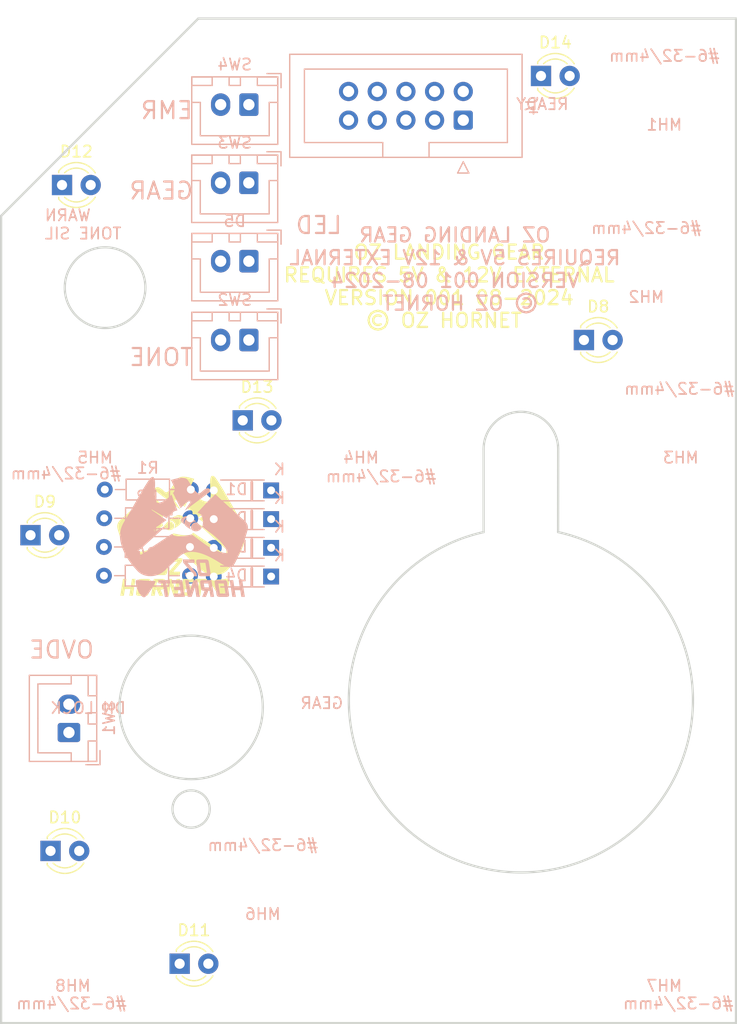
<source format=kicad_pcb>
(kicad_pcb (version 20240108) (generator "pcbnew") (generator_version "8.0")
  (layers (0 "F.Cu" signal) (31 "B.Cu" signal) (34 "B.Paste" user) (35 "F.Paste" user) (36 "B.SilkS" user "B.Silkscreen") (37 "F.SilkS" user "F.Silkscreen") (38 "B.Mask" user) (39 "F.Mask" user) (44 "Edge.Cuts" user))
  (net 0 "")
  (net 1 "Net-(D1-K)")
  (net 2 "/COL1")
  (net 3 "Net-(D2-K)")
  (net 4 "/COL2")
  (net 5 "Net-(D3-K)")
  (net 6 "Net-(D4-K)")
  (net 7 "Net-(D5-A)")
  (net 8 "/GND")
  (net 9 "/BACKLIGHT_GND")
  (net 10 "Net-(D10-K)")
  (net 11 "Net-(D11-K)")
  (net 12 "Net-(D10-A)")
  (net 13 "Net-(D11-A)")
  (net 14 "/LANDING_LED")
  (net 16 "/ROW2")
  (net 17 "/ROW1")
  (net 19 "/EXT+12V")
  (net 20 "Net-(D12-A)")
  (net 21 "Net-(D13-A)")
  (net 22 "Net-(D14-A)")
  (footprint "LED_THT:LED_D3.0mm_FlatTop" (layer "F.Cu") (at 95.753 122.936)
    (property "Reference" "D10" (at 1.27 -2.96 0) (layer "F.SilkS"))
    (property "Value" "LED")
    (pad "1" thru_hole rect (at 0 0) (size 1.8 1.8) (drill 0.9) (layers "*.Cu" "*.Mask") (net 10 "Net-(D10-K)"))
    (pad "2" thru_hole circle (at 2.54 0) (size 1.8 1.8) (drill 0.9) (layers "*.Cu" "*.Mask") (net 12 "Net-(D10-A)"))
  )
  (footprint "LED_THT:LED_D3.0mm_FlatTop" (layer "F.Cu") (at 96.769 64.008)
    (property "Reference" "D12" (at 1.27 -2.96 0) (layer "F.SilkS"))
    (property "Value" "LED")
    (pad "1" thru_hole rect (at 0 0) (size 1.8 1.8) (drill 0.9) (layers "*.Cu" "*.Mask") (net 9 "/BACKLIGHT_GND"))
    (pad "2" thru_hole circle (at 2.54 0) (size 1.8 1.8) (drill 0.9) (layers "*.Cu" "*.Mask") (net 20 "Net-(D12-A)"))
  )
  (footprint "LED_THT:LED_D3.0mm_FlatTop" (layer "F.Cu") (at 142.997 77.724)
    (property "Reference" "D8" (at 1.27 -2.96 0) (layer "F.SilkS"))
    (property "Value" "LED")
    (pad "1" thru_hole rect (at 0 0) (size 1.8 1.8) (drill 0.9) (layers "*.Cu" "*.Mask") (net 9 "/BACKLIGHT_GND"))
    (pad "2" thru_hole circle (at 2.54 0) (size 1.8 1.8) (drill 0.9) (layers "*.Cu" "*.Mask") (net 10 "Net-(D10-K)"))
  )
  (footprint "LED_THT:LED_D3.0mm_FlatTop" (layer "F.Cu") (at 112.776 84.836)
    (property "Reference" "D13" (at 1.27 -2.96 0) (layer "F.SilkS"))
    (property "Value" "LED")
    (pad "1" thru_hole rect (at 0 0) (size 1.8 1.8) (drill 0.9) (layers "*.Cu" "*.Mask") (net 20 "Net-(D12-A)"))
    (pad "2" thru_hole circle (at 2.54 0) (size 1.8 1.8) (drill 0.9) (layers "*.Cu" "*.Mask") (net 21 "Net-(D13-A)"))
  )
  (footprint "LED_THT:LED_D3.0mm_FlatTop" (layer "F.Cu") (at 139.192 54.356)
    (property "Reference" "D14" (at 1.27 -2.96 0) (layer "F.SilkS"))
    (property "Value" "LED")
    (pad "1" thru_hole rect (at 0 0) (size 1.8 1.8) (drill 0.9) (layers "*.Cu" "*.Mask") (net 21 "Net-(D13-A)"))
    (pad "2" thru_hole circle (at 2.54 0) (size 1.8 1.8) (drill 0.9) (layers "*.Cu" "*.Mask") (net 22 "Net-(D14-A)"))
  )
  (footprint "LED_THT:LED_D3.0mm_FlatTop" (layer "F.Cu") (at 107.188 132.9182)
    (property "Reference" "D11" (at 1.27 -2.96 0) (layer "F.SilkS"))
    (property "Value" "LED")
    (pad "1" thru_hole rect (at 0 0) (size 1.8 1.8) (drill 0.9) (layers "*.Cu" "*.Mask") (net 11 "Net-(D11-K)"))
    (pad "2" thru_hole circle (at 2.54 0) (size 1.8 1.8) (drill 0.9) (layers "*.Cu" "*.Mask") (net 13 "Net-(D11-A)"))
  )
  (footprint "LED_THT:LED_D3.0mm_FlatTop" (layer "F.Cu") (at 93.98 94.996)
    (property "Reference" "D9" (at 1.27 -2.96 0) (layer "F.SilkS"))
    (property "Value" "LED")
    (pad "1" thru_hole rect (at 0 0) (size 1.8 1.8) (drill 0.9) (layers "*.Cu" "*.Mask") (net 9 "/BACKLIGHT_GND"))
    (pad "2" thru_hole circle (at 2.54 0) (size 1.8 1.8) (drill 0.9) (layers "*.Cu" "*.Mask") (net 11 "Net-(D11-K)"))
  )
  (footprint "OH_Footprints:MountingHole_6-32_PHS" (layer "B.Cu") (at 150.1138 131.826 180)
    (property "Reference" "MH7" (at 0 -3.048 0) (layer "B.SilkS") (effects (justify mirror)))
    (property "Value" "6x32 / 4mm" (hide yes))
    (fp_text user "#6-32/4mm" (at -1.233 -4.609 0) (layer "B.SilkS") (effects (justify mirror)))
    (pad "" np_thru_hole circle (at 0 0 180) (size 4.3 4.3) (drill 4.3) (layers "F&B.Cu" "*.Mask") (clearance 0.54))
  )
  (footprint "Library:D_A-405_P7.62mm_Horizontal-SIGNAL" (layer "B.Cu") (at 116.0306 96.1516 180)
    (property "Reference" "D3" (at 3.81 0.14 180) (layer "B.SilkS") (effects (justify mirror)))
    (property "Value" "D")
    (fp_text user "K" (at 0 1.9 180) (layer "B.SilkS") (effects (justify mirror)))
    (pad "1" thru_hole rect (at 0.74 0.038 180) (size 1.4 1.4) (drill 0.7) (layers "*.Cu" "*.Mask") (net 5 "Net-(D3-K)"))
    (pad "2" thru_hole oval (at 5.82 0.038 180) (size 1.4 1.4) (drill 0.7) (layers "*.Cu" "*.Mask") (net 2 "/COL1"))
  )
  (footprint "Resistor_THT:R_Axial_DIN0204_L3.6mm_D1.6mm_P7.62mm_Horizontal" (layer "B.Cu") (at 108.1024 98.5786 180)
    (property "Reference" "R4" (at 3.81 1.92 180) (layer "B.SilkS") (effects (justify mirror)))
    (property "Value" "R")
    (pad "1" thru_hole circle (at 0 0 180) (size 1.4 1.4) (drill 0.7) (layers "*.Cu" "*.Mask") (net 14 "/LANDING_LED"))
    (pad "2" thru_hole oval (at 7.62 0 180) (size 1.4 1.4) (drill 0.7) (layers "*.Cu" "*.Mask") (net 7 "Net-(D5-A)"))
  )
  (footprint "Connector_IDC:IDC-Header_2x05_P2.54mm_Vertical" (layer "B.Cu") (at 132.3086 58.2676 90)
    (property "Reference" "J4" (at 1.27 6.1 -90) (layer "B.SilkS") (effects (justify mirror)))
    (property "Value" "Conn_02x05_Top_Bottom")
    (pad "1" thru_hole roundrect (at 0 0 90) (size 1.7 1.7) (drill 1) (layers "*.Cu" "*.Mask") (roundrect_rratio 0.147059) (net 19 "/EXT+12V"))
    (pad "2" thru_hole circle (at 2.54 0 90) (size 1.7 1.7) (drill 1) (layers "*.Cu" "*.Mask") (net 9 "/BACKLIGHT_GND"))
    (pad "3" thru_hole circle (at 0 -2.54 90) (size 1.7 1.7) (drill 1) (layers "*.Cu" "*.Mask"))
    (pad "4" thru_hole circle (at 2.54 -2.54 90) (size 1.7 1.7) (drill 1) (layers "*.Cu" "*.Mask") (net 2 "/COL1"))
    (pad "5" thru_hole circle (at 0 -5.08 90) (size 1.7 1.7) (drill 1) (layers "*.Cu" "*.Mask") (net 4 "/COL2"))
    (pad "6" thru_hole circle (at 2.54 -5.08 90) (size 1.7 1.7) (drill 1) (layers "*.Cu" "*.Mask") (net 17 "/ROW1"))
    (pad "7" thru_hole circle (at 0 -7.62 90) (size 1.7 1.7) (drill 1) (layers "*.Cu" "*.Mask") (net 16 "/ROW2"))
    (pad "8" thru_hole circle (at 2.54 -7.62 90) (size 1.7 1.7) (drill 1) (layers "*.Cu" "*.Mask"))
    (pad "9" thru_hole circle (at 0 -10.16 90) (size 1.7 1.7) (drill 1) (layers "*.Cu" "*.Mask") (net 14 "/LANDING_LED"))
    (pad "10" thru_hole circle (at 2.54 -10.16 90) (size 1.7 1.7) (drill 1) (layers "*.Cu" "*.Mask") (net 8 "/GND"))
  )
  (footprint "OH_Footprints:MountingHole_6-32_PHS" (layer "B.Cu") (at 151.5748 85.0841 180)
    (property "Reference" "MH3" (at 0 -3.048 0) (layer "B.SilkS") (effects (justify mirror)))
    (property "Value" "6x32 / 4mm" (hide yes))
    (fp_text user "#6-32/4mm" (at 0.118 3.0391 0) (layer "B.SilkS") (effects (justify mirror)))
    (pad "" np_thru_hole circle (at 0 0 180) (size 4.3 4.3) (drill 4.3) (layers "F&B.Cu" "*.Mask") (clearance 0.54))
  )
  (footprint "Connector_JST:JST_XH_B2B-XH-A_1x02_P2.50mm_Vertical" (layer "B.Cu") (at 97.3836 112.4566 90)
    (property "Reference" "SW1" (at 1.25 3.55 -90) (layer "B.SilkS") (effects (justify mirror)))
    (property "Value" "GEAR_DOWNLOCK_OVERRIDE_BTN")
    (pad "1" thru_hole roundrect (at 0 0 90) (size 1.7 2) (drill 1) (layers "*.Cu" "*.Mask") (roundrect_rratio 0.147059) (net 1 "Net-(D1-K)"))
    (pad "2" thru_hole oval (at 2.5 0 90) (size 1.7 2) (drill 1) (layers "*.Cu" "*.Mask") (net 17 "/ROW1"))
  )
  (footprint "OH_Footprints:MountingHole_6-32_PHS" (layer "B.Cu") (at 150.1138 55.626 180)
    (property "Reference" "MH1" (at 0 -3.048 0) (layer "B.SilkS") (effects (justify mirror)))
    (property "Value" "6x32 / 4mm" (hide yes))
    (fp_text user "#6-32/4mm" (at 0 3.048 0) (layer "B.SilkS") (effects (justify mirror)))
    (pad "" np_thru_hole circle (at 0 0 180) (size 4.3 4.3) (drill 4.3) (layers "F&B.Cu" "*.Mask") (clearance 0.54))
  )
  (footprint "Library:D_A-405_P7.62mm_Horizontal-SIGNAL" (layer "B.Cu") (at 116.0306 91.0716 180)
    (property "Reference" "D1" (at 3.81 0.14 180) (layer "B.SilkS") (effects (justify mirror)))
    (property "Value" "D")
    (fp_text user "K" (at 0 1.9 180) (layer "B.SilkS") (effects (justify mirror)))
    (pad "1" thru_hole rect (at 0.74 0.038 180) (size 1.4 1.4) (drill 0.7) (layers "*.Cu" "*.Mask") (net 1 "Net-(D1-K)"))
    (pad "2" thru_hole oval (at 5.82 0.038 180) (size 1.4 1.4) (drill 0.7) (layers "*.Cu" "*.Mask") (net 2 "/COL1"))
  )
  (footprint "OH_Footprints:MountingHole_6-32_PHS" (layer "B.Cu") (at 123.2535 85.0841 180)
    (property "Reference" "MH4" (at 0 -3.048 0) (layer "B.SilkS") (effects (justify mirror)))
    (property "Value" "6x32 / 4mm" (hide yes))
    (fp_text user "#6-32/4mm" (at -1.7733 -4.7109 0) (layer "B.SilkS") (effects (justify mirror)))
    (pad "" np_thru_hole circle (at 0 0 180) (size 4.3 4.3) (drill 4.3) (layers "F&B.Cu" "*.Mask") (clearance 0.54))
  )
  (footprint "Resistor_THT:R_Axial_DIN0204_L3.6mm_D1.6mm_P7.62mm_Horizontal" (layer "B.Cu") (at 108.1278 93.4986 180)
    (property "Reference" "R2" (at 3.81 1.92 180) (layer "B.SilkS") (effects (justify mirror)))
    (property "Value" "R")
    (pad "1" thru_hole circle (at 0 0 180) (size 1.4 1.4) (drill 0.7) (layers "*.Cu" "*.Mask") (net 13 "Net-(D11-A)"))
    (pad "2" thru_hole oval (at 7.62 0 180) (size 1.4 1.4) (drill 0.7) (layers "*.Cu" "*.Mask") (net 19 "/EXT+12V"))
  )
  (footprint "Connector_JST:JST_XH_B2B-XH-A_1x02_P2.50mm_Vertical" (layer "B.Cu") (at 113.3202 56.896 180)
    (property "Reference" "SW4" (at 1.25 3.55 180) (layer "B.SilkS") (effects (justify mirror)))
    (property "Value" "EMERGENCY_GEAR_ROTATE")
    (pad "1" thru_hole roundrect (at 0 0 180) (size 1.7 2) (drill 1) (layers "*.Cu" "*.Mask") (roundrect_rratio 0.147059) (net 6 "Net-(D4-K)"))
    (pad "2" thru_hole oval (at 2.5 0 180) (size 1.7 2) (drill 1) (layers "*.Cu" "*.Mask") (net 16 "/ROW2"))
  )
  (footprint "OH_Footprints:MountingHole_6-32_PHS" (layer "B.Cu") (at 148.5268 70.866 180)
    (property "Reference" "MH2" (at 0 -3.048 0) (layer "B.SilkS") (effects (justify mirror)))
    (property "Value" "6x32 / 4mm" (hide yes))
    (fp_text user "#6-32/4mm" (at 0 3.048 0) (layer "B.SilkS") (effects (justify mirror)))
    (pad "" np_thru_hole circle (at 0 0 180) (size 4.3 4.3) (drill 4.3) (layers "F&B.Cu" "*.Mask") (clearance 0.54))
  )
  (footprint "Library:D_A-405_P7.62mm_Horizontal-SIGNAL" (layer "B.Cu") (at 116.0306 93.6116 180)
    (property "Reference" "D2" (at 3.81 0.14 180) (layer "B.SilkS") (effects (justify mirror)))
    (property "Value" "D")
    (fp_text user "K" (at 0 1.9 180) (layer "B.SilkS") (effects (justify mirror)))
    (pad "1" thru_hole rect (at 0.74 0.038 180) (size 1.4 1.4) (drill 0.7) (layers "*.Cu" "*.Mask") (net 3 "Net-(D2-K)"))
    (pad "2" thru_hole oval (at 5.82 0.038 180) (size 1.4 1.4) (drill 0.7) (layers "*.Cu" "*.Mask") (net 4 "/COL2"))
  )
  (footprint "Resistor_THT:R_Axial_DIN0204_L3.6mm_D1.6mm_P7.62mm_Horizontal" (layer "B.Cu") (at 108.1786 90.9574 180)
    (property "Reference" "R1" (at 3.81 1.92 180) (layer "B.SilkS") (effects (justify mirror)))
    (property "Value" "R")
    (pad "1" thru_hole circle (at 0 0 180) (size 1.4 1.4) (drill 0.7) (layers "*.Cu" "*.Mask") (net 12 "Net-(D10-A)"))
    (pad "2" thru_hole oval (at 7.62 0 180) (size 1.4 1.4) (drill 0.7) (layers "*.Cu" "*.Mask") (net 19 "/EXT+12V"))
  )
  (footprint "Library:D_A-405_P7.62mm_Horizontal-SIGNAL" (layer "B.Cu") (at 116.0306 98.6916 180)
    (property "Reference" "D4" (at 3.81 0.14 180) (layer "B.SilkS") (effects (justify mirror)))
    (property "Value" "D")
    (fp_text user "K" (at 0 1.9 180) (layer "B.SilkS") (effects (justify mirror)))
    (pad "1" thru_hole rect (at 0.74 0.038 180) (size 1.4 1.4) (drill 0.7) (layers "*.Cu" "*.Mask") (net 6 "Net-(D4-K)"))
    (pad "2" thru_hole oval (at 5.82 0.038 180) (size 1.4 1.4) (drill 0.7) (layers "*.Cu" "*.Mask") (net 4 "/COL2"))
  )
  (footprint "Connector_JST:JST_XH_B2B-XH-A_1x02_P2.50mm_Vertical" (layer "B.Cu") (at 113.3202 77.724 180)
    (property "Reference" "SW2" (at 1.25 3.55 180) (layer "B.SilkS") (effects (justify mirror)))
    (property "Value" "GEAR_SILENCE_BTN")
    (pad "1" thru_hole roundrect (at 0 0 180) (size 1.7 2) (drill 1) (layers "*.Cu" "*.Mask") (roundrect_rratio 0.147059) (net 3 "Net-(D2-K)"))
    (pad "2" thru_hole oval (at 2.5 0 180) (size 1.7 2) (drill 1) (layers "*.Cu" "*.Mask") (net 17 "/ROW1"))
  )
  (footprint "OH_Footprints:MountingHole_6-32_PHS" (layer "B.Cu") (at 97.7265 131.826 180)
    (property "Reference" "MH8" (at 0 -3.048 0) (layer "B.SilkS") (effects (justify mirror)))
    (property "Value" "6x32 / 4mm" (hide yes))
    (fp_text user "#6-32/4mm" (at 0.1197 -4.609 0) (layer "B.SilkS") (effects (justify mirror)))
    (pad "" np_thru_hole circle (at 0 0 180) (size 4.3 4.3) (drill 4.3) (layers "F&B.Cu" "*.Mask") (clearance 0.54))
  )
  (footprint "Connector_JST:JST_XH_B2B-XH-A_1x02_P2.50mm_Vertical" (layer "B.Cu") (at 113.3148 63.8132 180)
    (property "Reference" "SW3" (at 1.25 3.55 180) (layer "B.SilkS") (effects (justify mirror)))
    (property "Value" "GEAR_LEVER")
    (pad "1" thru_hole roundrect (at 0 0 180) (size 1.7 2) (drill 1) (layers "*.Cu" "*.Mask") (roundrect_rratio 0.147059) (net 5 "Net-(D3-K)"))
    (pad "2" thru_hole oval (at 2.5 0 180) (size 1.7 2) (drill 1) (layers "*.Cu" "*.Mask") (net 16 "/ROW2"))
  )
  (footprint "Resistor_THT:R_Axial_DIN0204_L3.6mm_D1.6mm_P7.62mm_Horizontal" (layer "B.Cu") (at 108.1024 96.0386 180)
    (property "Reference" "R3" (at 3.81 1.92 180) (layer "B.SilkS") (effects (justify mirror)))
    (property "Value" "R")
    (pad "1" thru_hole circle (at 0 0 180) (size 1.4 1.4) (drill 0.7) (layers "*.Cu" "*.Mask") (net 22 "Net-(D14-A)"))
    (pad "2" thru_hole oval (at 7.62 0 180) (size 1.4 1.4) (drill 0.7) (layers "*.Cu" "*.Mask") (net 19 "/EXT+12V"))
  )
  (footprint "OH_Footprints:MountingHole_6-32_PHS" (layer "B.Cu") (at 114.554 125.476 180)
    (property "Reference" "MH6" (at 0 -3.048 0) (layer "B.SilkS") (effects (justify mirror)))
    (property "Value" "6x32 / 4mm" (hide yes))
    (fp_text user "#6-32/4mm" (at 0 3.048 0) (layer "B.SilkS") (effects (justify mirror)))
    (pad "" np_thru_hole circle (at 0 0 180) (size 4.3 4.3) (drill 4.3) (layers "F&B.Cu" "*.Mask") (clearance 0.54))
  )
  (footprint "OH_Footprints:MountingHole_6-32_PHS" (layer "B.Cu") (at 99.6975 85.0841 180)
    (property "Reference" "MH5" (at 0 -3.048 0) (layer "B.SilkS") (effects (justify mirror)))
    (property "Value" "6x32 / 4mm" (hide yes))
    (fp_text user "#6-32/4mm" (at 2.5807 -4.4509 0) (layer "B.SilkS") (effects (justify mirror)))
    (pad "" np_thru_hole circle (at 0 0 180) (size 4.3 4.3) (drill 4.3) (layers "F&B.Cu" "*.Mask") (clearance 0.54))
  )
  (footprint "Connector_JST:JST_XH_B2B-XH-A_1x02_P2.50mm_Vertical" (layer "B.Cu") (at 113.3202 70.7474 180)
    (property "Reference" "D5" (at 1.25 3.55 180) (layer "B.SilkS") (effects (justify mirror)))
    (property "Value" "LED")
    (pad "1" thru_hole roundrect (at 0 0 180) (size 1.7 2) (drill 1) (layers "*.Cu" "*.Mask") (roundrect_rratio 0.147059) (net 8 "/GND"))
    (pad "2" thru_hole oval (at 2.5 0 180) (size 1.7 2) (drill 1) (layers "*.Cu" "*.Mask") (net 7 "Net-(D5-A)"))
  )
  (gr_poly (pts (xy 104.753033 89.843487) (xy 104.708499 89.862486) (xy 104.659443 89.893362) (xy 104.605668 89.936809) (xy 104.546975 89.993521) (xy 104.238602 90.45801) (xy 103.944316 90.931803) (xy 103.660243 91.41235) (xy 103.38251 91.897098) (xy 102.830577 92.868992) (xy 102.548631 93.351033) (xy 102.257535 93.827068) (xy 102.258063 93.826012) (xy 102.189053 93.947009) (xy 102.127797 94.068516) (xy 102.074181 94.190553) (xy 102.028091 94.313138) (xy 101.98941 94.436293) (xy 101.958026 94.560036) (xy 101.933822 94.684388) (xy 101.916685 94.809368) (xy 101.906499 94.934997) (xy 101.90315 95.061293) (xy 101.906522 95.188276) (xy 101.916503 95.315967) (xy 101.932976 95.444385) (xy 101.955827 95.57355) (xy 101.984941 95.703481) (xy 102.020203 95.834199) (xy 102.074206 96.007041) (xy 102.133545 96.174582) (xy 102.198109 96.337196) (xy 102.267783 96.495256) (xy 102.342453 96.649134) (xy 102.422006 96.799205) (xy 102.506329 96.94584) (xy 102.595308 97.089415) (xy 102.688829 97.230301) (xy 102.786779 97.368872) (xy 102.889044 97.505502) (xy 102.995511 97.640563) (xy 103.106066 97.774428) (xy 103.220595 97.907472) (xy 103.338986 98.040067) (xy 103.461123 98.172586) (xy 103.546572 98.255637) (xy 103.639528 98.330502) (xy 103.739282 98.397097) (xy 103.845124 98.455335) (xy 103.956347 98.50513) (xy 104.072239 98.546396) (xy 104.192093 98.579047) (xy 104.315198 98.602997) (xy 104.440846 98.61816) (xy 104.568327 98.62445) (xy 104.696932 98.621781) (xy 104.825951 98.610066) (xy 104.954677 98.589221) (xy 105.082398 98.559158) (xy 105.208406 98.519792) (xy 105.331992 98.471036) (xy 105.368372 98.454725) (xy 105.404647 98.437649) (xy 105.440766 98.419814) (xy 105.476673 98.401232) (xy 105.512316 98.38191) (xy 105.547639 98.361857) (xy 105.582589 98.341083) (xy 105.617113 98.319595) (xy 105.651156 98.297404) (xy 105.684665 98.274519) (xy 105.717585 98.250947) (xy 105.749863 98.226698) (xy 105.781445 98.201781) (xy 105.812278 98.176204) (xy 105.842306 98.149977) (xy 105.871476 98.123109) (xy 106.023534 97.978975) (xy 106.172791 97.839786) (xy 106.465698 97.568642) (xy 106.610741 97.432886) (xy 106.755776 97.294472) (xy 106.901499 97.1515) (xy 107.048608 97.00207) (xy 107.137118 96.910531) (xy 107.228548 96.828673) (xy 107.322715 96.756167) (xy 107.419435 96.692682) (xy 107.518527 96.637889) (xy 107.619806 96.591457) (xy 107.723091 96.553056) (xy 107.828198 96.522356) (xy 107.934946 96.499026) (xy 108.04315 96.482738) (xy 108.152629 96.47316) (xy 108.263199 96.469963) (xy 108.374677 96.472816) (xy 108.486882 96.481389) (xy 108.59963 96.495353) (xy 108.712738 96.514377) (xy 108.939303 96.566284) (xy 109.165117 96.63447) (xy 109.388715 96.716293) (xy 109.608637 96.809114) (xy 109.82342 96.910291) (xy 110.031601 97.017183) (xy 110.231719 97.12715) (xy 110.42231 97.237549) (xy 110.952369 97.562027) (xy 111.087698 97.638194) (xy 111.1564 97.673988) (xy 111.225944 97.707883) (xy 111.296442 97.739596) (xy 111.368004 97.768847) (xy 111.440745 97.795355) (xy 111.514774 97.818838) (xy 111.557359 97.829575) (xy 111.57773 97.833942) (xy 111.597512 97.837628) (xy 111.616726 97.840624) (xy 111.635392 97.84292) (xy 111.65353 97.844509) (xy 111.671159 97.845379) (xy 111.688301 97.845523) (xy 111.704973 97.84493) (xy 111.721197 97.843591) (xy 111.736993 97.841497) (xy 111.75238 97.838639) (xy 111.767379 97.835008) (xy 111.782009 97.830593) (xy 111.796291 97.825387) (xy 111.810244 97.819378) (xy 111.823888 97.812559) (xy 111.837243 97.80492) (xy 111.85033 97.796452) (xy 111.863168 97.787145) (xy 111.875777 97.77699) (xy 111.888177 97.765977) (xy 111.900388 97.754098) (xy 111.91243 97.741343) (xy 111.924323 97.727703) (xy 111.936087 97.713168) (xy 111.947742 97.697729) (xy 111.959308 97.681377) (xy 111.970804 97.664103) (xy 111.982252 97.645897) (xy 111.99367 97.626751) (xy 112.03637 97.552374) (xy 112.078295 97.477476) (xy 112.119365 97.402057) (xy 112.159498 97.326118) (xy 112.198614 97.249657) (xy 112.236632 97.172676) (xy 112.273472 97.095174) (xy 112.309053 97.01715) (xy 112.439179 96.718501) (xy 112.563847 96.417865) (xy 112.683058 96.115238) (xy 112.796813 95.810617) (xy 112.90511 95.504) (xy 113.00795 95.195382) (xy 113.105333 94.884762) (xy 113.19726 94.572135) (xy 113.213369 94.508545) (xy 113.219744 94.477378) (xy 113.225004 94.446619) (xy 113.229153 94.416262) (xy 113.232194 94.386299) (xy 113.234131 94.356722) (xy 113.234967 94.327524) (xy 113.234706 94.298698) (xy 113.233351 94.270236) (xy 113.230906 94.242131) (xy 113.227374 94.214376) (xy 113.222759 94.186962) (xy 113.217065 94.159884) (xy 113.210295 94.133132) (xy 113.202452 94.1067) (xy 113.19354 94.080581) (xy 113.183563 94.054767) (xy 113.172524 94.02925) (xy 113.160427 94.004023) (xy 113.147275 93.979079) (xy 113.133072 93.95441) (xy 113.117821 93.93001) (xy 113.101526 93.905869) (xy 113.065817 93.858341) (xy 113.025974 93.811765) (xy 112.982026 93.766083) (xy 112.933999 93.721236) (xy 111.633308 92.554423) (xy 110.988146 91.965361) (xy 110.668315 91.667854) (xy 110.350872 91.367767) (xy 110.280526 91.440163) (xy 110.210379 91.512758) (xy 110.177297 91.54739) (xy 110.144365 91.582245) (xy 110.111631 91.617347) (xy 110.079145 91.652723) (xy 110.076357 91.655658) (xy 110.073541 91.658409) (xy 110.070691 91.660968) (xy 110.067797 91.663331) (xy 110.064852 91.665493) (xy 110.061849 91.667448) (xy 110.058777 91.66919) (xy 110.05563 91.670715) (xy 110.0524 91.672016) (xy 110.049077 91.673089) (xy 110.045655 91.673927) (xy 110.042124 91.674526) (xy 110.038477 91.67488) (xy 110.034706 91.674984) (xy 110.030802 91.674832) (xy 110.026758 91.674419) (xy 110.02222 91.673893) (xy 110.017826 91.673609) (xy 110.013567 91.673572) (xy 110.009432 91.673791) (xy 110.005409 91.674269) (xy 110.00149 91.675014) (xy 109.997662 91.676032) (xy 109.993916 91.677329) (xy 109.990242 91.678912) (xy 109.986629 91.680785) (xy 109.983065 91.682957) (xy 109.979542 91.685432) (xy 109.976048 91.688218) (xy 109.972574 91.691319) (xy 109.969107 91.694743) (xy 109.965639 91.698496) (xy 109.93871 91.728706) (xy 109.911536 91.758652) (xy 109.856664 91.817989) (xy 109.746299 91.936092) (xy 109.654125 92.036138) (xy 109.562149 92.136381) (xy 109.373501 92.341434) (xy 109.186706 92.544634) (xy 108.946729 92.805248) (xy 108.866494 92.893619) (xy 108.785862 92.982783) (xy 108.792778 92.994505) (xy 108.796278 93.000113) (xy 108.799864 93.005517) (xy 108.803579 93.01069) (xy 108.807465 93.015605) (xy 108.811566 93.020235) (xy 108.815925 93.024554) (xy 108.820585 93.028536) (xy 108.823041 93.030391) (xy 108.825588 93.032152) (xy 108.828232 93.033816) (xy 108.830978 93.035378) (xy 108.833832 93.036835) (xy 108.836798 93.038185) (xy 108.839883 93.039423) (xy 108.843091 93.040547) (xy 108.846428 93.041553) (xy 108.8499 93.042437) (xy 108.853511 93.043197) (xy 108.857267 93.043829) (xy 108.861174 93.04433) (xy 108.865237 93.044696) (xy 108.870547 93.04528) (xy 108.87586 93.04622) (xy 108.88117 93.047488) (xy 108.886474 93.049053) (xy 108.891767 93.050889) (xy 108.897044 93.052965) (xy 108.902303 93.055254) (xy 108.907537 93.057727) (xy 108.912744 93.060354) (xy 108.917919 93.063108) (xy 108.928154 93.068881) (xy 108.948052 93.080679) (xy 108.967897 93.093218) (xy 108.986686 93.106598) (xy 109.004466 93.12078) (xy 109.021283 93.135725) (xy 109.037186 93.151394) (xy 109.052222 93.167748) (xy 109.066438 93.184748) (xy 109.07988 93.202355) (xy 109.092597 93.220528) (xy 109.104636 93.23923) (xy 109.116044 93.258421) (xy 109.126869 93.278063) (xy 109.137157 93.298115) (xy 109.146955 93.318538) (xy 109.156312 93.339294) (xy 109.165275 93.360344) (xy 109.177793 93.392485) (xy 109.189025 93.424985) (xy 109.199073 93.457808) (xy 109.208038 93.490916) (xy 109.216024 93.524272) (xy 109.223132 93.557839) (xy 109.229465 93.59158) (xy 109.235125 93.625457) (xy 109.237907 93.644652) (xy 109.240168 93.663929) (xy 109.242008 93.683267) (xy 109.243525 93.702649) (xy 109.248354 93.780238) (xy 109.25016 93.808656) (xy 109.251694 93.837124) (xy 109.252211 93.85136) (xy 109.252484 93.865591) (xy 109.252452 93.879809) (xy 109.252058 93.894009) (xy 109.249885 93.936142) (xy 109.246923 93.978163) (xy 109.242858 94.02001) (xy 109.237374 94.061622) (xy 109.234 94.082321) (xy 109.230152 94.102937) (xy 109.225792 94.123463) (xy 109.220878 94.143891) (xy 109.215373 94.164214) (xy 109.209236 94.184424) (xy 109.202427 94.204513) (xy 109.194908 94.224474) (xy 109.19284 94.229305) (xy 109.190617 94.234102) (xy 109.188257 94.238905) (xy 109.18578 94.243755) (xy 109.180546 94.253755) (xy 109.177827 94.258986) (xy 109.175064 94.264425) (xy 109.23185 94.304443) (xy 109.289629 94.344859) (xy 109.517501 94.503708) (xy 109.744977 94.663152) (xy 109.902271 94.775203) (xy 109.980423 94.831998) (xy 110.057979 94.889635) (xy 110.122797 94.939063) (xy 110.186996 94.989383) (xy 110.250451 95.040696) (xy 110.28186 95.066756) (xy 110.313037 95.0931) (xy 110.389179 95.158973) (xy 110.464577 95.225789) (xy 110.614133 95.360859) (xy 110.650666 95.394613) (xy 110.668766 95.411678) (xy 110.686728 95.428889) (xy 110.704528 95.446261) (xy 110.722145 95.46381) (xy 110.739557 95.481551) (xy 110.756743 95.4995) (xy 110.812331 95.559037) (xy 110.86688 95.619452) (xy 110.920245 95.680852) (xy 110.972279 95.743347) (xy 111.022838 95.807045) (xy 111.071775 95.872054) (xy 111.118945 95.938484) (xy 111.164201 96.006442) (xy 111.200649 96.06489) (xy 111.235316 96.124181) (xy 111.268111 96.184366) (xy 111.29894 96.245493) (xy 111.327711 96.307612) (xy 111.354329 96.370773) (xy 111.378703 96.435026) (xy 111.400739 96.500419) (xy 111.403338 96.508872) (xy 111.405807 96.51739) (xy 111.410528 96.534782) (xy 111.420318 96.572121) (xy 111.376199 96.572485) (xy 111.355354 96.572456) (xy 111.345084 96.572248) (xy 111.334857 96.571857) (xy 111.311049 96.570468) (xy 111.287266 96.568682) (xy 111.263532 96.566499) (xy 111.239872 96.563919) (xy 111.128681 96.551748) (xy 111.073185 96.545018) (xy 111.045505 96.541275) (xy 111.017887 96.537197) (xy 110.960339 96.52757) (xy 110.903182 96.51639) (xy 110.846409 96.503715) (xy 110.790014 96.489605) (xy 110.733992 96.474118) (xy 110.678335 96.457313) (xy 110.623038 96.43925) (xy 110.568095 96.419986) (xy 110.494256 96.392523) (xy 110.457502 96.378254) (xy 110.420888 96.363597) (xy 110.384435 96.348531) (xy 110.348164 96.333034) (xy 110.312099 96.317084) (xy 110.27626 96.30066) (xy 110.190857 96.260198) (xy 110.148333 96.239449) (xy 110.106001 96.218274) (xy 110.063916 96.196616) (xy 110.022136 96.174416) (xy 109.980715 96.151613) (xy 109.93971 96.128151) (xy 109.889973 96.098777) (xy 109.840566 96.06883) (xy 109.791468 96.038356) (xy 109.742661 96.007402) (xy 109.645849 95.944236) (xy 109.549979 95.879707) (xy 109.502067 95.846562) (xy 109.454522 95.812887) (xy 109.360206 95.744406) (xy 109.172418 95.606128) (xy 108.841953 95.365622) (xy 108.537153 95.142578) (xy 108.40463 95.045542) (xy 108.272306 94.948109) (xy 108.270035 94.946532) (xy 108.267784 94.945168) (xy 108.265547 94.944006) (xy 108.263318 94.943036) (xy 108.261093 94.942248) (xy 108.258865 94.94163) (xy 108.256629 94.941173) (xy 108.25438 94.940866) (xy 108.252113 94.940698) (xy 108.249821 94.94066) (xy 108.2475 94.94074) (xy 108.245145 94.940928) (xy 108.242748 94.941214) (xy 108.240307 94.941587) (xy 108.237814 94.942037) (xy 108.235264 94.942553) (xy 107.93268 95.004267) (xy 107.629897 95.06479) (xy 107.613082 95.067948) (xy 107.596184 95.07071) (xy 107.579217 95.073124) (xy 107.562197 95.075241) (xy 107.54514 95.07711) (xy 107.528062 95.07878) (xy 107.493902 95.081723) (xy 107.429604 95.086705) (xy 107.365281 95.091215) (xy 107.300909 95.09508) (xy 107.236462 95.098127) (xy 107.217798 95.098588) (xy 107.199115 95.098636) (xy 107.180419 95.098355) (xy 107.161717 95.09783) (xy 107.086973 95.094952) (xy 107.034717 95.093497) (xy 107.021623 95.092994) (xy 107.00854 95.092348) (xy 106.995483 95.091516) (xy 106.982462 95.090454) (xy 106.940172 95.086245) (xy 106.898085 95.08114) (xy 106.856284 95.074813) (xy 106.835516 95.07109) (xy 106.814849 95.06694) (xy 106.794294 95.062321) (xy 106.77386 95.057193) (xy 106.753559 95.051516) (xy 106.733399 95.045248) (xy 106.713391 95.038349) (xy 106.693545 95.030779) (xy 106.673871 95.022497) (xy 106.654379 95.013461) (xy 106.652547 95.012543) (xy 106.650723 95.011578) (xy 106.648911 95.010567) (xy 106.647111 95.009513) (xy 106.645327 95.008416) (xy 106.643561 95.00728) (xy 106.641815 95.006105) (xy 106.640091 95.004895) (xy 106.638393 95.00365) (xy 106.636721 95.002373) (xy 106.635079 95.001067) (xy 106.633469 94.999731) (xy 106.631892 94.99837) (xy 106.630353 94.996984) (xy 106.628852 94.995575) (xy 106.627392 94.994146) (xy 106.601053 94.968254) (xy 106.574839 94.942189) (xy 106.548773 94.915974) (xy 106.522881 94.889636) (xy 106.521369 94.888112) (xy 106.5199 94.88672) (xy 106.518463 94.88547) (xy 106.517044 94.884369) (xy 106.515631 94.883426) (xy 106.514923 94.883017) (xy 106.514212 94.88265) (xy 106.513496 94.882327) (xy 106.512774 94.882049) (xy 106.512045 94.881817) (xy 106.511306 94.881632) (xy 106.510556 94.881495) (xy 106.509794 94.881407) (xy 106.509018 94.88137) (xy 106.508226 94.881383) (xy 106.507417 94.881449) (xy 106.50659 94.881568) (xy 106.505742 94.881742) (xy 106.504873 94.881971) (xy 106.503981 94.882257) (xy 106.503064 94.882601) (xy 106.50212 94.883003) (xy 106.501148 94.883465) (xy 106.500148 94.883988) (xy 106.499116 94.884572) (xy 106.498051 94.88522) (xy 106.496953 94.885932) (xy 106.082615 95.158453) (xy 105.593664 95.479127) (xy 105.233037 95.715929) (xy 104.857065 95.961727) (xy 104.803156 95.997314) (xy 104.776102 96.014933) (xy 104.762507 96.023591) (xy 104.74885 96.032106) (xy 104.745619 96.034155) (xy 104.742585 96.03624) (xy 104.739764 96.038374) (xy 104.737175 96.040569) (xy 104.734834 96.042837) (xy 104.733761 96.044002) (xy 104.732758 96.045189) (xy 104.731824 96.046401) (xy 104.730964 96.047639) (xy 104.730178 96.048904) (xy 104.729469 96.050197) (xy 104.728839 96.051521) (xy 104.72829 96.052877) (xy 104.727825 96.054266) (xy 104.727445 96.055689) (xy 104.727153 96.057149) (xy 104.72695 96.058646) (xy 104.72684 96.060183) (xy 104.726823 96.06176) (xy 104.726902 96.06338) (xy 104.72708 96.065044) (xy 104.727358 96.066752) (xy 104.727739 96.068508) (xy 104.728224 96.070312) (xy 104.728816 96.072165) (xy 104.729517 96.07407) (xy 104.730329 96.076027) (xy 104.73091 96.07742) (xy 104.731413 96.078773) (xy 104.73184 96.080087) (xy 104.732192 96.081362) (xy 104.73247 96.082602) (xy 104.732677 96.083806) (xy 104.732813 96.084976) (xy 104.73288 96.086114) (xy 104.732879 96.087222) (xy 104.732811 96.088299) (xy 104.732679 96.089348) (xy 104.732482 96.09037) (xy 104.732224 96.091367) (xy 104.731905 96.09234) (xy 104.731526 96.093289) (xy 104.73109 96.094217) (xy 104.730597 96.095125) (xy 104.730048 96.096014) (xy 104.729446 96.096886) (xy 104.728792 96.097742) (xy 104.728086 96.098582) (xy 104.727331 96.09941) (xy 104.726528 96.100225) (xy 104.725678 96.10103) (xy 104.723844 96.102613) (xy 104.721839 96.10417) (xy 104.719675 96.105711) (xy 104.717364 96.107248) (xy 104.1837 96.457292) (xy 103.84371 96.680864) (xy 103.809562 96.703813) (xy 103.775513 96.726935) (xy 103.758402 96.738336) (xy 103.741167 96.749511) (xy 103.723758 96.76037) (xy 103.706126 96.770822) (xy 103.703933 96.772122) (xy 103.701865 96.773443) (xy 103.699919 96.774784) (xy 103.698092 96.776146) (xy 103.696381 96.77753) (xy 103.694782 96.778935) (xy 103.693293 96.780362) (xy 103.691909 96.781811) (xy 103.690628 96.783283) (xy 103.689447 96.784777) (xy 103.688362 96.786295) (xy 103.687369 96.787836) (xy 103.686467 96.7894) (xy 103.685651 96.790989) (xy 103.684918 96.792601) (xy 103.684265 96.794239) (xy 103.683187 96.797588) (xy 103.682389 96.801038) (xy 103.681846 96.804593) (xy 103.681533 96.808253) (xy 103.681422 96.812022) (xy 103.681489 96.815902) (xy 103.681706 96.819895) (xy 103.682049 96.824004) (xy 103.68302 96.833628) (xy 103.684108 96.843252) (xy 103.686415 96.862501) (xy 103.687522 96.872125) (xy 103.688523 96.88175) (xy 103.689363 96.891374) (xy 103.689986 96.900998) (xy 103.691867 96.934022) (xy 103.693525 96.967144) (xy 103.694077 96.983711) (xy 103.69434 97.000266) (xy 103.694237 97.016797) (xy 103.693691 97.03329) (xy 103.693416 97.038113) (xy 103.692992 97.042956) (xy 103.692426 97.047813) (xy 103.691723 97.052679) (xy 103.69089 97.057547) (xy 103.689933 97.062414) (xy 103.688858 97.067272) (xy 103.687672 97.072117) (xy 103.68638 97.076944) (xy 103.684989 97.081747) (xy 103.681934 97.091259) (xy 103.678556 97.100609) (xy 103.674906 97.109755) (xy 103.673667 97.112568) (xy 103.672382 97.115205) (xy 103.671054 97.117665) (xy 103.669685 97.119948) (xy 103.668277 97.122054) (xy 103.666834 97.123983) (xy 103.665356 97.125734) (xy 103.663847 97.127308) (xy 103.662309 97.128705) (xy 103.660744 97.129924) (xy 103.659155 97.130965) (xy 103.657544 97.131828) (xy 103.655913 97.132513) (xy 103.654266 97.133021) (xy 103.652603 97.13335) (xy 103.650928 97.133501) (xy 103.649243 97.133474) (xy 103.64755 97.133269) (xy 103.645852 97.132885) (xy 103.64415 97.132322) (xy 103.642449 97.131581) (xy 103.640749 97.130661) (xy 103.639053 97.129562) (xy 103.637364 97.128284) (xy 103.635683 97.126827) (xy 103.634014 97.125191) (xy 103.632359 97.123376) (xy 103.63072 97.121381) (xy 103.629099 97.119207) (xy 103.627499 97.116853) (xy 103.625922 97.11432) (xy 103.62437 97.111607) (xy 103.621989 97.107155) (xy 103.619704 97.102635) (xy 103.617515 97.098051) (xy 103.615419 97.093408) (xy 103.611501 97.083971) (xy 103.607932 97.074366) (xy 103.604699 97.064638) (xy 103.601785 97.054829) (xy 103.599175 97.044982) (xy 103.596853 97.035142) (xy 103.594774 97.024665) (xy 103.593066 97.014083) (xy 103.591681 97.003414) (xy 103.590569 96.992677) (xy 103.58968 96.98189) (xy 103.588965 96.971072) (xy 103.587858 96.949417) (xy 103.579126 96.740132) (xy 103.573471 96.62226) (xy 103.56722 96.504388) (xy 103.564466 96.459979) (xy 103.561465 96.41562) (xy 103.555314 96.326852) (xy 103.555267 96.325197) (xy 103.555324 96.323559) (xy 103.555482 96.321938) (xy 103.55574 96.320336) (xy 103.556097 96.318756) (xy 103.55655 96.3172) (xy 103.557097 96.315669) (xy 103.557736 96.314165) (xy 103.558467 96.31269) (xy 103.559286 96.311246) (xy 103.560192 96.309834) (xy 103.561183 96.308458) (xy 103.562258 96.307118) (xy 103.563414 96.305817) (xy 103.56465 96.304556) (xy 103.565963 96.303337) (xy 103.568816 96.301035) (xy 103.571959 96.298924) (xy 103.575375 96.29702) (xy 103.579052 96.295338) (xy 103.582973 96.293893) (xy 103.587124 96.292701) (xy 103.591491 96.291776) (xy 103.596059 96.291133) (xy 103.598903 96.290787) (xy 103.601839 96.290394) (xy 103.604812 96.290031) (xy 103.606296 96.289886) (xy 103.607767 96.289777) (xy 103.60922 96.289715) (xy 103.610648 96.28971) (xy 103.612043 96.28977) (xy 103.613398 96.289905) (xy 103.614707 96.290126) (xy 103.615962 96.290442) (xy 103.616568 96.290639) (xy 103.617157 96.290863) (xy 103.617729 96.291115) (xy 103.618284 96.291397) (xy 103.620561 96.292525) (xy 103.622777 96.29348) (xy 103.624935 96.29427) (xy 103.627038 96.294901) (xy 103.629086 96.295379) (xy 103.631083 96.295711) (xy 103.63303 96.295903) (xy 103.634929 96.295962) (xy 103.636782 96.295893) (xy 103.638592 96.295703) (xy 103.64036 96.2954) (xy 103.642088 96.294988) (xy 103.643779 96.294475) (xy 103.645434 96.293866) (xy 103.647056 96.293169) (xy 103.648646 96.29239) (xy 103.650207 96.291534) (xy 103.65174 96.290609) (xy 103.654732 96.288576) (xy 103.657639 96.286341) (xy 103.660478 96.283956) (xy 103.671466 96.273935) (xy 103.824395 96.133971) (xy 104.014895 95.963315) (xy 104.155124 95.835785) (xy 104.363351 95.647931) (xy 104.504903 95.518814) (xy 104.707045 95.336781) (xy 104.805735 95.246558) (xy 105.010787 95.061614) (xy 105.058544 95.017858) (xy 105.082373 94.996018) (xy 105.106302 94.974301) (xy 105.312941 94.788035) (xy 105.448407 94.665268) (xy 105.658487 94.475826) (xy 105.726981 94.413749) (xy 105.795276 94.351472) (xy 106.045837 94.12393) (xy 106.045878 94.123871) (xy 106.045901 94.123793) (xy 106.045909 94.123696) (xy 106.045903 94.123579) (xy 106.045885 94.123442) (xy 106.045856 94.123284) (xy 106.045771 94.122905) (xy 106.045662 94.122439) (xy 106.04554 94.121884) (xy 106.045418 94.121235) (xy 106.045361 94.120875) (xy 106.045308 94.120491) (xy 104.972423 94.672412) (xy 104.959194 94.642778) (xy 104.936043 94.588737) (xy 104.924666 94.561593) (xy 104.913685 94.534299) (xy 104.913276 94.533) (xy 104.912942 94.531594) (xy 104.912684 94.5301) (xy 104.912503 94.528536) (xy 104.912399 94.526919) (xy 104.912373 94.525267) (xy 104.912427 94.523598) (xy 104.912561 94.52193) (xy 104.912775 94.52028) (xy 104.91307 94.518667) (xy 104.913448 94.517108) (xy 104.913908 94.515621) (xy 104.914453 94.514224) (xy 104.915082 94.512935) (xy 104.915428 94.512337) (xy 104.915796 94.511772) (xy 104.916185 94.511242) (xy 104.916596 94.510751) (xy 105.082489 94.318928) (xy 105.091519 94.308825) (xy 105.100922 94.299221) (xy 105.110664 94.29007) (xy 105.120709 94.281324) (xy 105.131023 94.272939) (xy 105.141569 94.264867) (xy 105.152314 94.257061) (xy 105.16322 94.249475) (xy 105.18538 94.234778) (xy 105.207765 94.220404) (xy 105.230095 94.20598) (xy 105.252087 94.191135) (xy 105.514157 94.009664) (xy 105.777021 93.829185) (xy 106.024406 93.659058) (xy 106.021499 93.656691) (xy 106.018713 93.654362) (xy 106.013393 93.649864) (xy 106.010802 93.64772) (xy 106.008221 93.645663) (xy 106.005621 93.643706) (xy 106.004305 93.642768) (xy 106.002974 93.64186) (xy 105.603454 93.371456) (xy 105.180385 93.084383) (xy 104.974672 92.944088) (xy 104.871642 92.874238) (xy 104.768165 92.804983) (xy 104.76471 92.802606) (xy 104.761387 92.800143) (xy 104.755107 92.794973) (xy 104.749271 92.789511) (xy 104.743823 92.783792) (xy 104.738711 92.777852) (xy 104.733879 92.771729) (xy 104.729273 92.765459) (xy 104.72484 92.759078) (xy 104.707741 92.733174) (xy 104.703354 92.726785) (xy 104.698813 92.720504) (xy 104.694065 92.714367) (xy 104.689055 92.70841) (xy 104.692759 92.703383) (xy 106.08632 93.52121) (xy 106.091884 93.49481) (xy 106.097101 93.469153) (xy 106.099781 93.456589) (xy 106.102616 93.444191) (xy 106.105687 93.431956) (xy 106.109073 93.419875) (xy 106.115569 93.40047) (xy 106.123134 93.382238) (xy 106.131747 93.365173) (xy 106.141386 93.349268) (xy 106.15203 93.334518) (xy 106.163656 93.320918) (xy 106.176244 93.308461) (xy 106.189772 93.297141) (xy 106.204217 93.286953) (xy 106.219558 93.277891) (xy 106.235774 93.269949) (xy 106.252842 93.263122) (xy 106.270741 93.257402) (xy 106.289449 93.252786) (xy 106.308945 93.249266) (xy 106.329207 93.246837) (xy 106.339307 93.24606) (xy 106.349366 93.245508) (xy 106.369383 93.245031) (xy 106.389287 93.245316) (xy 106.409111 93.246275) (xy 106.428886 93.247817) (xy 106.448641 93.249851) (xy 106.46841 93.252289) (xy 106.488221 93.25504) (xy 106.490084 93.255221) (xy 106.491993 93.255272) (xy 106.493941 93.255201) (xy 106.495919 93.255015) (xy 106.497919 93.25472) (xy 106.499933 93.254323) (xy 106.50195 93.253832) (xy 106.503964 93.253254) (xy 106.505966 93.252594) (xy 106.507947 93.251861) (xy 106.509898 93.251062) (xy 106.511811 93.250203) (xy 106.513678 93.249291) (xy 106.515489 93.248333) (xy 106.517238 93.247336) (xy 106.518914 93.246308) (xy 106.521306 93.244659) (xy 106.523628 93.242897) (xy 106.525891 93.24104) (xy 106.528104 93.239107) (xy 106.530278 93.237114) (xy 106.532424 93.235081) (xy 106.536674 93.230962) (xy 106.540935 93.226893) (xy 106.543097 93.224922) (xy 106.545293 93.223017) (xy 106.547534 93.221195) (xy 106.549831 93.219475) (xy 106.552193 93.217874) (xy 106.554632 93.21641) (xy 106.556334 93.215458) (xy 106.55792 93.214485) (xy 106.559393 93.213492) (xy 106.560757 93.212479) (xy 106.562015 93.211445) (xy 106.563171 93.210392) (xy 106.564227 93.209318) (xy 106.565187 93.208225) (xy 106.566054 93.207111) (xy 106.566832 93.205977) (xy 106.567524 93.204823) (xy 106.568134 93.203648) (xy 106.568664 93.202454) (xy 106.569118 93.201239) (xy 106.5695 93.200004) (xy 106.569813 93.198749) (xy 106.570059 93.197474) (xy 106.570243 93.196179) (xy 106.570437 93.193528) (xy 106.570421 93.190796) (xy 106.570222 93.187984) (xy 106.569866 93.185091) (xy 106.56938 93.182118) (xy 106.568126 93.175929) (xy 106.566096 93.166258) (xy 106.564378 93.156596) (xy 106.562978 93.146944) (xy 106.561904 93.137304) (xy 106.561163 93.127678) (xy 106.560763 93.118067) (xy 106.560711 93.108475) (xy 106.561015 93.098902) (xy 106.561681 93.089351) (xy 106.562718 93.079824) (xy 106.564132 93.070322) (xy 106.56593 93.060848) (xy 106.568121 93.051403) (xy 106.570712 93.041989) (xy 106.57371 93.032609) (xy 106.577121 93.023264) (xy 106.581355 93.013142) (xy 106.586009 93.003404) (xy 106.591071 92.994037) (xy 106.596527 92.985028) (xy 106.602365 92.976365) (xy 106.608571 92.968035) (xy 106.615132 92.960025) (xy 106.622035 92.952323) (xy 106.629266 92.944915) (xy 106.636813 92.937789) (xy 106.644662 92.930932) (xy 106.652801 92.924331) (xy 106.661215 92.917973) (xy 106.669892 92.911846) (xy 106.678819 92.905937) (xy 106.687982 92.900233) (xy 106.704366 92.890773) (xy 106.720968 92.88201) (xy 106.737774 92.873905) (xy 106.754773 92.866416) (xy 106.771951 92.859504) (xy 106.789297 92.853129) (xy 106.806798 92.84725) (xy 106.824441 92.841826) (xy 106.842215 92.836818) (xy 106.860106 92.832186) (xy 106.896193 92.823884) (xy 106.932602 92.8166) (xy 106.969234 92.81001) (xy 106.971815 92.80949) (xy 106.974406 92.808927) (xy 106.979652 92.807695) (xy 106.990666 92.804983) (xy 106.469966 91.403485) (xy 106.353387 91.521305) (xy 106.292415 91.579447) (xy 106.229782 91.636629) (xy 106.165583 91.692512) (xy 106.099914 91.746762) (xy 106.03287 91.79904) (xy 105.964546 91.84901) (xy 105.895037 91.896336) (xy 105.824439 91.94068) (xy 105.752848 91.981705) (xy 105.680358 92.019076) (xy 105.607065 92.052454) (xy 105.533065 92.081503) (xy 105.458452 92.105887) (xy 105.383322 92.125269) (xy 105.365852 92.127639) (xy 105.348625 92.129392) (xy 105.331653 92.130528) (xy 105.314949 92.131045) (xy 105.298527 92.130945) (xy 105.282398 92.130227) (xy 105.266577 92.12889) (xy 105.251076 92.126935) (xy 105.235907 92.12436) (xy 105.221085 92.121166) (xy 105.206621 92.117353) (xy 105.192529 92.11292) (xy 105.178821 92.107868) (xy 105.165512 92.102195) (xy 105.152612 92.095901) (xy 105.140137 92.088987) (xy 105.128097 92.081453) (xy 105.116507 92.073297) (xy 105.105379 92.064519) (xy 105.094727 92.05512) (xy 105.084563 92.045099) (xy 105.074899 92.034457) (xy 105.06575 92.023191) (xy 105.057128 92.011303) (xy 105.049045 91.998793) (xy 105.041516 91.985659) (xy 105.034552 91.971902) (xy 105.028167 91.957521) (xy 105.022373 91.942517) (xy 105.017184 91.926888) (xy 105.012613 91.910635) (xy 105.008672 91.893758) (xy 104.995225 91.823412) (xy 104.984244 91.752218) (xy 104.975711 91.680399) (xy 104.969613 91.608173) (xy 104.965933 91.535762) (xy 104.964656 91.463384) (xy 104.965767 91.391261) (xy 104.969249 91.319612) (xy 104.999561 90.890359) (xy 105.012465 90.589257) (xy 105.012804 90.436496) (xy 105.006953 90.289656) (xy 104.993325 90.154281) (xy 104.983099 90.092627) (xy 104.970335 90.035918) (xy 104.954833 89.984849) (xy 104.936397 89.940112) (xy 104.914826 89.9024) (xy 104.889924 89.872408) (xy 104.861492 89.850827) (xy 104.829332 89.838351) (xy 104.793245 89.835674)) (stroke (width -0.000001)) (fill solid) (layer "B.SilkS"))
  (gr_poly (pts (xy 107.234148 89.92539) (xy 107.122356 89.939186) (xy 107.010342 89.958393) (xy 106.899555 89.981664) (xy 106.791442 90.00765) (xy 106.414667 90.111789) (xy 106.555393 90.399986) (xy 106.624627 90.540116) (xy 106.695125 90.678262) (xy 106.712356 90.713819) (xy 106.726846 90.749143) (xy 106.738602 90.784217) (xy 106.747629 90.819024) (xy 106.753933 90.853547) (xy 106.757522 90.88777) (xy 106.7584 90.921675) (xy 106.756575 90.955247) (xy 106.752052 90.988469) (xy 106.744838 91.021323) (xy 106.734939 91.053794) (xy 106.722361 91.085865) (xy 106.70711 91.117518) (xy 106.689193 91.148738) (xy 106.668616 91.179507) (xy 106.645384 91.209809) (xy 106.627136 91.23074) (xy 106.60854 91.251845) (xy 106.570507 91.294476) (xy 106.58916 91.29484) (xy 106.598486 91.29496) (xy 106.607813 91.295005) (xy 106.608391 91.295024) (xy 106.608983 91.295081) (xy 106.609587 91.295174) (xy 106.610202 91.295301) (xy 106.610827 91.295461) (xy 106.611459 91.295654) (xy 106.612098 91.295877) (xy 106.612741 91.29613) (xy 106.614035 91.296717) (xy 106.615329 91.297405) (xy 106.61661 91.298183) (xy 106.617867 91.29904) (xy 106.619086 91.299965) (xy 106.620256 91.300948) (xy 106.621364 91.301977) (xy 106.622398 91.303042) (xy 106.623345 91.304132) (xy 106.624192 91.305235) (xy 106.624928 91.306342) (xy 106.62525 91.306893) (xy 106.62554 91.307441) (xy 106.867105 91.79348) (xy 107.010244 92.083728) (xy 107.168201 92.404139) (xy 107.21523 92.500579) (xy 107.262657 92.598607) (xy 107.275353 92.587838) (xy 107.287628 92.57754) (xy 107.293599 92.572467) (xy 107.299455 92.567391) (xy 107.305194 92.562271) (xy 107.310811 92.557068) (xy 107.339138 92.530147) (xy 107.367366 92.503027) (xy 107.423524 92.448589) (xy 107.517682 92.357936) (xy 107.541106 92.335172) (xy 107.564353 92.312225) (xy 107.587357 92.289024) (xy 107.610055 92.265497) (xy 107.627363 92.247933) (xy 107.64513 92.231023) (xy 107.663321 92.214714) (xy 107.681898 92.198954) (xy 107.700826 92.183691) (xy 107.720067 92.168871) (xy 107.759346 92.140349) (xy 107.799444 92.112969) (xy 107.840069 92.086308) (xy 107.921734 92.033458) (xy 107.924191 92.031853) (xy 107.926694 92.030305) (xy 107.931797 92.027335) (xy 107.942107 92.021585) (xy 107.947154 92.018624) (xy 107.949615 92.017083) (xy 107.952021 92.015487) (xy 107.954361 92.013824) (xy 107.956627 92.012083) (xy 107.958808 92.010253) (xy 107.960893 92.008322) (xy 107.962954 92.006407) (xy 107.96502 92.004628) (xy 107.967092 92.002982) (xy 107.96917 92.001466) (xy 107.971254 92.000077) (xy 107.973345 91.998811) (xy 107.975443 91.997664) (xy 107.977549 91.996635) (xy 107.979663 91.995719) (xy 107.981786 91.994914) (xy 107.983917 91.994215) (xy 107.986059 91.993621) (xy 107.98821 91.993127) (xy 107.990371 91.99273) (xy 107.994726 91.992216) (xy 107.999128 91.992052) (xy 108.00358 91.992212) (xy 108.008085 91.992671) (xy 108.012648 91.993402) (xy 108.01727 91.99438) (xy 108.021957 91.995578) (xy 108.026711 91.996971) (xy 108.031536 91.998533) (xy 108.046057 92.003179) (xy 108.060636 92.007624) (xy 108.08991 92.016094) (xy 108.148482 92.032664) (xy 108.149271 92.032927) (xy 108.150053 92.033221) (xy 108.150837 92.033546) (xy 108.151628 92.0339) (xy 108.153258 92.034696) (xy 108.154997 92.035607) (xy 108.159012 92.037761) (xy 108.161392 92.038998) (xy 108.164092 92.040337) (xy 107.639159 92.817418) (xy 107.643393 92.822181) (xy 107.724884 92.761856) (xy 108.223624 92.390381) (xy 108.651455 92.072616) (xy 109.147549 91.70511) (xy 109.525374 91.424122) (xy 109.992893 91.077783) (xy 109.992363 91.077782) (xy 110.007874 91.066141) (xy 110.015692 91.060295) (xy 110.023584 91.054499) (xy 109.98813 91.020335) (xy 109.952676 90.985972) (xy 109.921558 90.957621) (xy 109.890752 90.932415) (xy 109.860164 90.910377) (xy 109.829702 90.891532) (xy 109.81449 90.883315) (xy 109.799275 90.875906) (xy 109.784045 90.869308) (xy 109.768789 90.863524) (xy 109.753496 90.858556) (xy 109.738153 90.854409) (xy 109.72275 90.851085) (xy 109.707275 90.848587) (xy 109.691716 90.846919) (xy 109.676061 90.846083) (xy 109.6603 90.846083) (xy 109.644421 90.846921) (xy 109.628411 90.848601) (xy 109.612261 90.851126) (xy 109.595957 90.8545) (xy 109.579489 90.858724) (xy 109.562845 90.863802) (xy 109.546014 90.869738) (xy 109.528983 90.876534) (xy 109.511742 90.884194) (xy 109.476583 90.902117) (xy 109.440442 90.92353) (xy 109.395453 90.953341) (xy 109.353373 90.983029) (xy 109.277176 91.04135) (xy 109.210316 91.097127) (xy 109.151257 91.148988) (xy 109.098462 91.195567) (xy 109.050396 91.235493) (xy 109.027657 91.252533) (xy 109.005523 91.267397) (xy 108.983804 91.279914) (xy 108.962307 91.289912) (xy 108.94084 91.29722) (xy 108.919212 91.301668) (xy 108.89723 91.303083) (xy 108.874702 91.301295) (xy 108.851436 91.296133) (xy 108.82724 91.287426) (xy 108.801923 91.275002) (xy 108.775292 91.258691) (xy 108.747156 91.238321) (xy 108.717321 91.213722) (xy 108.685597 91.184721) (xy 108.651791 91.151148) (xy 108.615712 91.112833) (xy 108.577166 91.069603) (xy 108.491911 90.967716) (xy 108.351496 90.771585) (xy 108.213933 90.57342) (xy 108.079099 90.373371) (xy 107.946869 90.171584) (xy 107.919472 90.130465) (xy 107.888944 90.093563) (xy 107.855466 90.06071) (xy 107.819219 90.031737) (xy 107.780385 90.006475) (xy 107.739144 89.984758) (xy 107.695676 89.966414) (xy 107.650164 89.951278) (xy 107.602787 89.939178) (xy 107.553727 89.929949) (xy 107.503165 89.92342) (xy 107.451281 89.919423) (xy 107.344272 89.918353)) (stroke (width -0.000001)) (fill solid) (layer "B.SilkS"))
  (gr_poly (pts (xy 103.462335 98.937809) (xy 103.447805 98.939101) (xy 103.433987 98.941098) (xy 103.420879 98.943809) (xy 103.40848 98.947243) (xy 103.396785 98.951409) (xy 103.385793 98.956315) (xy 103.375501 98.961971) (xy 103.365907 98.968385) (xy 103.357008 98.975567) (xy 103.348802 98.983525) (xy 103.341287 98.992268) (xy 103.334459 99.001805) (xy 103.328317 99.012146) (xy 103.322858 99.023298) (xy 103.318079 99.035271) (xy 103.313978 99.048074) (xy 103.310553 99.061716) (xy 103.307801 99.076206) (xy 103.30572 99.091551) (xy 103.304306 99.107763) (xy 103.303558 99.124849) (xy 103.303474 99.142818) (xy 103.30405 99.161679) (xy 103.305285 99.181441) (xy 103.313439 99.266094) (xy 103.324718 99.349575) (xy 103.339138 99.431852) (xy 103.356717 99.512894) (xy 103.377473 99.592669) (xy 103.401423 99.671146) (xy 103.428584 99.748294) (xy 103.458975 99.824081) (xy 103.492611 99.898476) (xy 103.529511 99.971447) (xy 103.569693 100.042963) (xy 103.613173 100.112993) (xy 103.659969 100.181505) (xy 103.710099 100.248469) (xy 103.763579 100.313851) (xy 103.820428 100.377622) (xy 103.833821 100.391638) (xy 103.847069 100.404718) (xy 103.860181 100.416863) (xy 103.873166 100.428077) (xy 103.886036 100.438361) (xy 103.898798 100.447719) (xy 103.911464 100.456153) (xy 103.924041 100.463665) (xy 103.936541 100.470258) (xy 103.948973 100.475935) (xy 103.961346 100.480698) (xy 103.97367 100.48455) (xy 103.985954 100.487493) (xy 103.998209 100.48953) (xy 104.010444 100.490664) (xy 104.022669 100.490896) (xy 104.034892 100.490231) (xy 104.047125 100.488669) (xy 104.059376 100.486214) (xy 104.071655 100.482868) (xy 104.083972 100.478635) (xy 104.096337 100.473515) (xy 104.108758 100.467513) (xy 104.121247 100.460631) (xy 104.133811 100.45287) (xy 104.146462 100.444234) (xy 104.159208 100.434726) (xy 104.17206 100.424347) (xy 104.185026 100.413101) (xy 104.198117 100.40099) (xy 104.224711 100.374182) (xy 104.291401 100.301002) (xy 104.356715 100.224668) (xy 104.420482 100.145829) (xy 104.482527 100.065133) (xy 104.54268 99.983227) (xy 104.600768 99.90076) (xy 104.710057 99.736735) (xy 104.809014 99.578241) (xy 104.896261 99.430463) (xy 104.970417 99.298585) (xy 105.030103 99.18779) (xy 105.033274 99.181229) (xy 105.035946 99.174605) (xy 105.038132 99.167937) (xy 105.039842 99.16124) (xy 105.041085 99.154535) (xy 105.041874 99.147837) (xy 105.042218 99.141166) (xy 105.042129 99.134539) (xy 105.041617 99.127973) (xy 105.040693 99.121487) (xy 105.039368 99.115097) (xy 105.037652 99.108823) (xy 105.035555 99.102682) (xy 105.03309 99.096691) (xy 105.030266 99.090868) (xy 105.027094 99.085231) (xy 105.023584 99.079799) (xy 105.019749 99.074587) (xy 105.015597 99.069616) (xy 105.011141 99.064901) (xy 105.00639 99.060462) (xy 105.001355 99.056315) (xy 104.996048 99.052479) (xy 104.990478 99.048971) (xy 104.984656 99.045809) (xy 104.978594 99.043011) (xy 104.972302 99.040595) (xy 104.96579 99.038578) (xy 104.95907 99.036979) (xy 104.952152 99.035814) (xy 104.945046 99.035103) (xy 104.937764 99.034861) (xy 104.647181 99.032443) (xy 104.471713 99.02828) (xy 104.286525 99.021269) (xy 104.099415 99.010747) (xy 103.91818 98.996055) (xy 103.750618 98.976532) (xy 103.674402 98.964752) (xy 103.604529 98.951518) (xy 103.604528 98.951783) (xy 103.56462 98.944362) (xy 103.527632 98.939513) (xy 103.510226 98.938074) (xy 103.493543 98.937304) (xy 103.477581 98.937213)) (stroke (width -0.000001)) (fill solid) (layer "B.SilkS"))
  (gr_poly (pts (xy 108.85393 97.141368) (xy 108.840302 97.14194) (xy 108.826799 97.142834) (xy 108.813467 97.144104) (xy 108.80035 97.145802) (xy 108.787496 97.147982) (xy 108.774949 97.150697) (xy 108.762756 97.154002) (xy 108.750962 97.15795) (xy 108.739613 97.162593) (xy 108.728755 97.167986) (xy 108.718433 97.174182) (xy 108.708693 97.181235) (xy 108.699581 97.189197) (xy 108.695275 97.193537) (xy 108.691142 97.198124) (xy 108.684944 97.205987) (xy 108.679344 97.214313) (xy 108.674339 97.223124) (xy 108.669926 97.232441) (xy 108.666103 97.242287) (xy 108.662865 97.252683) (xy 108.66021 97.263653) (xy 108.658136 97.275217) (xy 108.656637 97.287398) (xy 108.655713 97.300219) (xy 108.655359 97.3137) (xy 108.655572 97.327865) (xy 108.65635 97.342735) (xy 108.657689 97.358333) (xy 108.659586 97.37468) (xy 108.662038 97.391799) (xy 108.820788 98.390866) (xy 108.823929 98.40915) (xy 108.82745 98.426515) (xy 108.831348 98.442981) (xy 108.835624 98.458572) (xy 108.840275 98.47331) (xy 108.845302 98.487216) (xy 108.850703 98.500313) (xy 108.856478 98.512624) (xy 108.862625 98.52417) (xy 108.869143 98.534975) (xy 108.876032 98.545059) (xy 108.883291 98.554447) (xy 108.890919 98.563159) (xy 108.898914 98.571218) (xy 108.907276 98.578647) (xy 108.916005 98.585467) (xy 108.925098 98.591701) (xy 108.934556 98.597372) (xy 108.944377 98.602501) (xy 108.95456 98.607111) (xy 108.965105 98.611224) (xy 108.97601 98.614863) (xy 108.987275 98.618049) (xy 108.998898 98.620806) (xy 109.023217 98.625117) (xy 109.048959 98.627976) (xy 109.076118 98.629561) (xy 109.104686 98.630049) (xy 109.707936 98.630049) (xy 109.735592 98.629655) (xy 109.749331 98.62908) (xy 109.762948 98.628181) (xy 109.776396 98.626904) (xy 109.789628 98.625194) (xy 109.802598 98.622997) (xy 109.815257 98.62026) (xy 109.82756 98.616927) (xy 109.83946 98.612945) (xy 109.850909 98.608258) (xy 109.861861 98.602814) (xy 109.872269 98.596557) (xy 109.882086 98.589434) (xy 109.891265 98.58139) (xy 109.8956 98.577005) (xy 109.899759 98.57237) (xy 109.905917 98.564579) (xy 109.911493 98.556279) (xy 109.916489 98.547456) (xy 109.920905 98.538098) (xy 109.924743 98.528191) (xy 109.928004 98.517722) (xy 109.930689 98.506678) (xy 109.932799 98.495045) (xy 109.934336 98.482811) (xy 109.9353 98.469963) (xy 109.935692 98.456486) (xy 109.935515 98.442368) (xy 109.934769 98.427597) (xy 109.933455 98.412157) (xy 109.931574 98.396038) (xy 109.929128 98.379224) (xy 109.921182 98.329218) (xy 109.609776 98.329218) (xy 109.592313 98.329218) (xy 109.592313 98.329747) (xy 109.149666 98.329747) (xy 109.143324 98.329734) (xy 109.13604 98.329647) (xy 109.132339 98.329553) (xy 109.128755 98.329412) (xy 109.125408 98.329215) (xy 109.122413 98.328952) (xy 109.122004 98.3273) (xy 109.121566 98.325306) (xy 109.121097 98.322953) (xy 109.120595 98.320221) (xy 109.120055 98.317093) (xy 109.119474 98.313549) (xy 109.11885 98.309571) (xy 109.11818 98.30514) (xy 108.982978 97.456621) (xy 108.981953 97.447824) (xy 108.981527 97.444194) (xy 108.981126 97.441011) (xy 109.439384 97.441011) (xy 109.445998 97.441028) (xy 109.453804 97.441144) (xy 109.457719 97.44127) (xy 109.46141 97.441458) (xy 109.464705 97.44172) (xy 109.466149 97.441883) (xy 109.467429 97.44207) (xy 109.467874 97.443356) (xy 109.468409 97.445067) (xy 109.469025 97.447255) (xy 109.469711 97.449974) (xy 109.470079 97.451548) (xy 109.47046 97.453275) (xy 109.470855 97.455161) (xy 109.471262 97.457213) (xy 109.471679 97.459436) (xy 109.472107 97.461839) (xy 109.472543 97.464426) (xy 109.472986 97.467205) (xy 109.608188 98.314137) (xy 109.608734 98.318763) (xy 109.60918 98.322769) (xy 109.609528 98.326229) (xy 109.609776 98.329218) (xy 109.921182 98.329218) (xy 109.770378 97.380157) (xy 109.767234 97.361872) (xy 109.763707 97.344508) (xy 109.759797 97.328041) (xy 109.755506 97.312451) (xy 109.750834 97.297713) (xy 109.745783 97.283807) (xy 109.740354 97.27071) (xy 109.734547 97.258399) (xy 109.728365 97.246853) (xy 109.721806 97.236049) (xy 109.714874 97.225964) (xy 109.707568 97.216577) (xy 109.69989 97.207865) (xy 109.69184 97.199805) (xy 109.683421 97.192377) (xy 109.674632 97.185556) (xy 109.665475 97.179322) (xy 109.655951 97.173651) (xy 109.64606 97.168522) (xy 109.635805 97.163912) (xy 109.625185 97.159799) (xy 109.614202 97.15616) (xy 109.602857 97.152974) (xy 109.591152 97.150218) (xy 109.566661 97.145906) (xy 109.540738 97.143047) (xy 109.51339 97.141463) (xy 109.484628 97.140974) (xy 108.881378 97.140974)) (stroke (width -0.000001)) (fill solid) (layer "B.SilkS"))
  (gr_poly (pts (xy 108.623984 93.862262) (xy 108.604909 93.865172) (xy 108.566755 93.870889) (xy 108.547782 93.87405) (xy 108.528949 93.877648) (xy 108.510307 93.88186) (xy 108.501075 93.884252) (xy 108.491911 93.886863) (xy 108.491912 93.886863) (xy 108.468444 93.894732) (xy 108.445599 93.904011) (xy 108.423426 93.91464) (xy 108.401974 93.92656) (xy 108.381292 93.939712) (xy 108.36143 93.954035) (xy 108.342436 93.96947) (xy 108.32436 93.985958) (xy 108.307251 94.003439) (xy 108.291159 94.021853) (xy 108.276132 94.041141) (xy 108.262219 94.061243) (xy 108.24947 94.0821) (xy 108.237933 94.103652) (xy 108.227659 94.125839) (xy 108.218696 94.148602) (xy 108.211094 94.171882) (xy 108.204901 94.195618) (xy 108.200166 94.219751) (xy 108.19694 94.244221) (xy 108.195271 94.26897) (xy 108.195208 94.293936) (xy 108.1968 94.319062) (xy 108.200097 94.344286) (xy 108.205148 94.369551) (xy 108.212001 94.394795) (xy 108.220707 94.419959) (xy 108.231314 94.444984) (xy 108.243872 94.46981) (xy 108.258429 94.494378) (xy 108.275035 94.518628) (xy 108.293739 94.542501) (xy 108.294954 94.543935) (xy 108.296216 94.54536) (xy 108.297523 94.54677) (xy 108.298873 94.54816) (xy 108.300263 94.549528) (xy 108.301692 94.550868) (xy 108.303155 94.552176) (xy 108.304653 94.553448) (xy 108.306181 94.554679) (xy 108.307738 94.555867) (xy 108.309321 94.557005) (xy 108.310928 94.55809) (xy 108.312557 94.559118) (xy 108.314206 94.560085) (xy 108.315871 94.560985) (xy 108.317551 94.561815) (xy 108.350066 94.577095) (xy 108.382606 94.592176) (xy 108.415294 94.606761) (xy 108.431733 94.613775) (xy 108.448255 94.620553) (xy 108.460245 94.625204) (xy 108.472302 94.629532) (xy 108.484425 94.633538) (xy 108.496612 94.637222) (xy 108.508863 94.640583) (xy 108.521176 94.643621) (xy 108.533551 94.646337) (xy 108.545986 94.648731) (xy 108.558479 94.650802) (xy 108.571031 94.652551) (xy 108.583639 94.653977) (xy 108.596302 94.655081) (xy 108.60902 94.655862) (xy 108.62179 94.656321) (xy 108.634613 94.656458) (xy 108.647487 94.656272) (xy 108.675252 94.654807) (xy 108.702405 94.651931) (xy 108.728964 94.647693) (xy 108.754949 94.642137) (xy 108.780378 94.635312) (xy 108.805272 94.627264) (xy 108.82965 94.61804) (xy 108.853531 94.607688) (xy 108.876934 94.596253) (xy 108.89988 94.583783) (xy 108.922386 94.570324) (xy 108.944473 94.555924) (xy 108.96616 94.54063) (xy 108.987467 94.524488) (xy 109.008412 94.507546) (xy 109.029016 94.489849) (xy 109.038283 94.481408) (xy 109.04722 94.472746) (xy 109.055805 94.463855) (xy 109.064019 94.454725) (xy 109.071841 94.445348) (xy 109.07925 94.435713) (xy 109.086225 94.425811) (xy 109.092747 94.415633) (xy 109.098794 94.40517) (xy 109.104347 94.394413) (xy 109.109384 94.383352) (xy 109.113885 94.371977) (xy 109.117829 94.36028) (xy 109.121197 94.348251) (xy 109.123966 94.335881) (xy 109.126118 94.323161) (xy 109.126464 94.320075) (xy 109.126702 94.317066) (xy 109.126823 94.314127) (xy 109.12682 94.311255) (xy 109.126684 94.308445) (xy 109.126406 94.305693) (xy 109.125977 94.302993) (xy 109.12539 94.300341) (xy 109.124635 94.297733) (xy 109.123704 94.295163) (xy 109.122589 94.292628) (xy 109.121281 94.290122) (xy 109.119771 94.28764) (xy 109.118051 94.285179) (xy 109.116112 94.282734) (xy 109.113947 94.280299) (xy 108.948384 94.102499) (xy 108.866148 94.013152) (xy 108.784805 93.923111) (xy 108.777407 93.915139) (xy 108.769889 93.907701) (xy 108.762233 93.900813) (xy 108.754423 93.894487) (xy 108.746445 93.888737) (xy 108.738282 93.883579) (xy 108.729918 93.879025) (xy 108.721338 93.875089) (xy 108.712525 93.871786) (xy 108.703464 93.86913) (xy 108.694138 93.867134) (xy 108.684532 93.865812) (xy 108.67463 93.865179) (xy 108.664416 93.865248) (xy 108.653874 93.866033) (xy 108.642988 93.867549) (xy 108.642988 93.859082)) (stroke (width -0.000001)) (fill solid) (layer "B.SilkS"))
  (gr_poly (pts (xy 108.121759 99.846603) (xy 107.982324 98.969773) (xy 107.671438 98.969773) (xy 107.906653 100.459113) (xy 108.247701 100.459113) (xy 108.536626 99.594191) (xy 108.672357 100.459113) (xy 108.983243 100.459113) (xy 108.748028 98.969773) (xy 108.412801 98.969773)) (stroke (width -0.000001)) (fill solid) (layer "B.SilkS"))
  (gr_poly (pts (xy 107.511101 97.433338) (xy 108.276276 98.329747) (xy 107.655563 98.329747) (xy 107.702659 98.630049) (xy 108.716807 98.630049) (xy 108.671298 98.337155) (xy 107.897128 97.441011) (xy 108.528953 97.441011) (xy 108.481857 97.140708) (xy 107.465593 97.140708)) (stroke (width -0.000001)) (fill solid) (layer "B.SilkS"))
  (gr_poly (pts (xy 107.774531 93.313731) (xy 107.751509 93.315288) (xy 107.728669 93.317796) (xy 107.706004 93.321218) (xy 107.68351 93.325517) (xy 107.66118 93.330656) (xy 107.639009 93.336599) (xy 107.616991 93.343308) (xy 107.595119 93.350747) (xy 107.573388 93.35888) (xy 107.551793 93.367668) (xy 107.530327 93.377076) (xy 107.508984 93.387066) (xy 107.496382 93.393398) (xy 107.484081 93.400096) (xy 107.472091 93.407163) (xy 107.460421 93.414607) (xy 107.449081 93.422433) (xy 107.438082 93.430645) (xy 107.427432 93.439249) (xy 107.417141 93.448251) (xy 107.407219 93.457656) (xy 107.397676 93.467469) (xy 107.388521 93.477697) (xy 107.379765 93.488343) (xy 107.371416 93.499415) (xy 107.363484 93.510917) (xy 107.355979 93.522854) (xy 107.348912 93.535233) (xy 107.343148 93.546288) (xy 107.337862 93.557324) (xy 107.333052 93.568335) (xy 107.328715 93.579318) (xy 107.324851 93.590266) (xy 107.321457 93.601174) (xy 107.318532 93.612038) (xy 107.316074 93.622851) (xy 107.314082 93.63361) (xy 107.312554 93.644308) (xy 107.311487 93.654941) (xy 107.310881 93.665504) (xy 107.310734 93.675991) (xy 107.311044 93.686397) (xy 107.311809 93.696718) (xy 107.313027 93.706947) (xy 107.314698 93.717081) (xy 107.316819 93.727113) (xy 107.319388 93.737039) (xy 107.322404 93.746853) (xy 107.325865 93.756551) (xy 107.32977 93.766126) (xy 107.334116 93.775575) (xy 107.338903 93.784892) (xy 107.344128 93.794072) (xy 107.349789 93.803109) (xy 107.355886 93.811999) (xy 107.362415 93.820736) (xy 107.369377 93.829315) (xy 107.376768 93.837732) (xy 107.384587 93.84598) (xy 107.392833 93.854056) (xy 107.392833 93.853791) (xy 107.405318 93.865813) (xy 107.417608 93.878033) (xy 107.441813 93.902871) (xy 107.46587 93.927907) (xy 107.477974 93.940376) (xy 107.490199 93.952745) (xy 107.517174 93.979348) (xy 107.54467 94.006224) (xy 107.602118 94.062283) (xy 107.590644 94.030749) (xy 107.58122 93.999545) (xy 107.573836 93.968665) (xy 107.568483 93.938106) (xy 107.565151 93.907861) (xy 107.563832 93.877926) (xy 107.564515 93.848296) (xy 107.567193 93.818965) (xy 107.571854 93.789929) (xy 107.578491 93.761182) (xy 107.587094 93.73272) (xy 107.597653 93.704537) (xy 107.610159 93.676628) (xy 107.624603 93.648989) (xy 107.640976 93.621615) (xy 107.659268 93.594499) (xy 107.679458 93.568065) (xy 107.700713 93.543871) (xy 107.722993 93.521833) (xy 107.746258 93.501866) (xy 107.770468 93.483885) (xy 107.795585 93.467805) (xy 107.821568 93.453541) (xy 107.848378 93.441008) (xy 107.875976 93.430121) (xy 107.904322 93.420797) (xy 107.933377 93.412948) (xy 107.9631 93.406492) (xy 107.993453 93.401343) (xy 108.024396 93.397415) (xy 108.055889 93.394625) (xy 108.087893 93.392887) (xy 108.061365 93.380206) (xy 108.03472 93.368086) (xy 108.007888 93.356717) (xy 107.980803 93.346287) (xy 107.967143 93.341483) (xy 107.953394 93.336986) (xy 107.939548 93.332818) (xy 107.925596 93.329002) (xy 107.911528 93.325564) (xy 107.897338 93.322526) (xy 107.883016 93.319912) (xy 107.868553 93.317745) (xy 107.844746 93.315131) (xy 107.821144 93.313616) (xy 107.797741 93.313161)) (stroke (width -0.000001)) (fill solid) (layer "B.SilkS"))
  (gr_poly (pts (xy 109.199476 98.969904) (xy 109.185849 98.970476) (xy 109.172345 98.971371) (xy 109.159013 98.97264) (xy 109.145896 98.974338) (xy 109.133042 98.976518) (xy 109.120495 98.979234) (xy 109.108302 98.982539) (xy 109.096508 98.986486) (xy 109.085159 98.99113) (xy 109.074301 98.996523) (xy 109.063979 99.002719) (xy 109.054239 99.009772) (xy 109.045127 99.017734) (xy 109.04082 99.022074) (xy 109.036688 99.02666) (xy 109.037218 99.026924) (xy 109.031019 99.034788) (xy 109.025419 99.043114) (xy 109.020414 99.051925) (xy 109.016002 99.061242) (xy 109.012178 99.071087) (xy 109.008941 99.081484) (xy 109.006286 99.092453) (xy 109.004211 99.104017) (xy 109.002713 99.116199) (xy 109.001788 99.129019) (xy 109.001434 99.142501) (xy 109.001648 99.156665) (xy 109.002425 99.171536) (xy 109.003764 99.187133) (xy 109.005661 99.203481) (xy 109.008113 99.2206) (xy 109.080609 99.677006) (xy 109.083753 99.695291) (xy 109.08728 99.712655) (xy 109.09119 99.729122) (xy 109.095481 99.744712) (xy 109.100153 99.75945) (xy 109.105204 99.773356) (xy 109.110633 99.786453) (xy 109.11644 99.798764) (xy 109.122623 99.81031) (xy 109.129181 99.821115) (xy 109.136114 99.831199) (xy 109.14342 99.840586) (xy 109.151098 99.849299) (xy 109.159147 99.857358) (xy 109.167567 99.864786) (xy 109.176356 99.871607) (xy 109.185513 99.877841) (xy 109.195037 99.883512) (xy 109.204927 99.888641) (xy 109.215183 99.893251) (xy 109.225802 99.897364) (xy 109.236785 99.901003) (xy 109.24813 99.904189) (xy 109.259836 99.906945) (xy 109.284327 99.911257) (xy 109.31025 99.914116) (xy 109.337597 99.915701) (xy 109.366359 99.916189) (xy 109.404724 99.916189) (xy 109.185384 100.45885) (xy 109.511086 100.45885) (xy 109.730426 99.916189) (xy 109.839434 99.916189) (xy 109.923571 100.45885) (xy 110.234722 100.45885) (xy 110.101633 99.616151) (xy 109.790486 99.616151) (xy 109.409486 99.616151) (xy 109.403144 99.616139) (xy 109.39586 99.616052) (xy 109.392159 99.615957) (xy 109.388576 99.615816) (xy 109.385228 99.615619) (xy 109.382234 99.615358) (xy 109.381825 99.613705) (xy 109.381387 99.611711) (xy 109.380918 99.609358) (xy 109.380415 99.606626) (xy 109.379875 99.603498) (xy 109.379295 99.599954) (xy 109.378671 99.595976) (xy 109.378001 99.591545) (xy 109.329052 99.285687) (xy 109.328027 99.276889) (xy 109.327601 99.27326) (xy 109.3272 99.270076) (xy 109.735717 99.270076) (xy 109.790486 99.616151) (xy 110.101633 99.616151) (xy 109.999507 98.96951) (xy 109.226924 98.96951)) (stroke (width -0.000001)) (fill solid) (layer "B.SilkS"))
  (gr_poly (pts (xy 112.511197 99.563234) (xy 112.024893 99.563234) (xy 111.930966 98.969774) (xy 111.62008 98.969774) (xy 111.855295 100.459114) (xy 112.16618 100.459114) (xy 112.072253 99.863536) (xy 112.558557 99.863536) (xy 112.652484 100.459114) (xy 112.96337 100.459114) (xy 112.728155 98.969774) (xy 112.41727 98.969774)) (stroke (width -0.000001)) (fill solid) (layer "B.SilkS"))
  (gr_poly (pts (xy 108.111176 93.431515) (xy 108.101651 93.431826) (xy 108.092126 93.432012) (xy 108.073076 93.432309) (xy 108.057927 93.432902) (xy 108.042848 93.4338) (xy 108.027845 93.435023) (xy 108.012924 93.436592) (xy 107.998094 93.438527) (xy 107.98336 93.440848) (xy 107.96873 93.443576) (xy 107.954212 93.446729) (xy 107.939811 93.450329) (xy 107.925534 93.454396) (xy 107.91139 93.458949) (xy 107.897384 93.46401) (xy 107.883524 93.469597) (xy 107.869817 93.475732) (xy 107.856269 93.482434) (xy 107.842888 93.489724) (xy 107.825729 93.500076) (xy 107.809264 93.511075) (xy 107.79347 93.522696) (xy 107.77833 93.534918) (xy 107.763822 93.547716) (xy 107.749927 93.561068) (xy 107.736623 93.57495) (xy 107.723892 93.589339) (xy 107.711712 93.604212) (xy 107.700065 93.619545) (xy 107.688929 93.635316) (xy 107.678284 93.6515) (xy 107.668111 93.668075) (xy 107.658389 93.685017) (xy 107.649098 93.702304) (xy 107.640217 93.719911) (xy 107.632325 93.737043) (xy 107.625353 93.754198) (xy 107.619284 93.771361) (xy 107.614098 93.788516) (xy 107.609776 93.805648) (xy 107.606301 93.82274) (xy 107.603654 93.839778) (xy 107.601816 93.856746) (xy 107.600767 93.873629) (xy 107.600491 93.89041) (xy 107.600967 93.907074) (xy 107.602178 93.923606) (xy 107.604104 93.93999) (xy 107.606728 93.956211) (xy 107.610029 93.972252) (xy 107.613991 93.988099) (xy 107.618593 94.003737) (xy 107.623818 94.019148) (xy 107.629646 94.034319) (xy 107.63606 94.049232) (xy 107.64304 94.063874) (xy 107.650568 94.078227) (xy 107.658625 94.092277) (xy 107.667192 94.106009) (xy 107.685784 94.132452) (xy 107.706194 94.157433) (xy 107.728273 94.180828) (xy 107.751872 94.202511) (xy 107.752137 94.202776) (xy 107.776196 94.222968) (xy 107.800636 94.242684) (xy 107.850562 94.280795) (xy 107.901727 94.317318) (xy 107.953948 94.352464) (xy 108.007036 94.386444) (xy 108.060806 94.41947) (xy 108.115073 94.451751) (xy 108.169649 94.483499) (xy 108.177785 94.488017) (xy 108.185921 94.492461) (xy 108.202193 94.501226) (xy 108.201865 94.499625) (xy 108.201479 94.498094) (xy 108.201038 94.496628) (xy 108.200547 94.495223) (xy 108.20001 94.493874) (xy 108.19943 94.492575) (xy 108.198812 94.491323) (xy 108.198158 94.490113) (xy 108.197473 94.488941) (xy 108.196762 94.4878) (xy 108.196027 94.486688) (xy 108.195272 94.485599) (xy 108.193721 94.483472) (xy 108.192138 94.481382) (xy 108.18381 94.470696) (xy 108.175805 94.459867) (xy 108.168142 94.448887) (xy 108.160839 94.437751) (xy 108.153916 94.426449) (xy 108.147392 94.414977) (xy 108.141286 94.403326) (xy 108.135617 94.39149) (xy 108.130403 94.379462) (xy 108.125665 94.367234) (xy 108.12142 94.3548) (xy 108.117687 94.342153) (xy 108.114487 94.329286) (xy 108.111837 94.316192) (xy 108.109757 94.302864) (xy 108.108266 94.289295) (xy 108.106682 94.262829) (xy 108.106582 94.236911) (xy 108.107951 94.211546) (xy 108.110771 94.186736) (xy 108.115027 94.162483) (xy 108.120702 94.138792) (xy 108.12778 94.115666) (xy 108.136245 94.093106) (xy 108.146081 94.071117) (xy 108.15727 94.049702) (xy 108.169798 94.028864) (xy 108.183647 94.008605) (xy 108.198801 93.988929) (xy 108.215245 93.969839) (xy 108.232961 93.951339) (xy 108.251934 93.93343) (xy 108.273214 93.915166) (xy 108.294985 93.898182) (xy 108.317249 93.882486) (xy 108.340007 93.868086) (xy 108.363262 93.854993) (xy 108.387014 93.843213) (xy 108.411266 93.832755) (xy 108.436018 93.823628) (xy 108.461273 93.815841) (xy 108.487031 93.809402) (xy 108.513295 93.804319) (xy 108.540066 93.800601) (xy 108.567345 93.798257) (xy 108.595134 93.797295) (xy 108.623435 93.797723) (xy 108.652249 93.799551) (xy 108.650954 93.797862) (xy 108.649826 93.796355) (xy 108.647949 93.793829) (xy 108.647138 93.792779) (xy 108.646751 93.7923) (xy 108.64637 93.791849) (xy 108.645993 93.791425) (xy 108.645615 93.791025) (xy 108.645232 93.790647) (xy 108.644841 93.79029) (xy 108.59503 93.745461) (xy 108.544555 93.701531) (xy 108.493324 93.658606) (xy 108.441244 93.61679) (xy 108.38822 93.57619) (xy 108.334162 93.53691) (xy 108.278974 93.499057) (xy 108.222566 93.462736) (xy 108.21596 93.458746) (xy 108.209336 93.455014) (xy 108.202688 93.451542) (xy 108.196008 93.448333) (xy 108.189291 93.445391) (xy 108.182531 93.442719) (xy 108.175721 93.44032) (xy 108.168855 93.438196) (xy 108.161927 93.436352) (xy 108.154931 93.43479) (xy 108.147861 93.433513) (xy 108.14071 93.432524) (xy 108.133472 93.431827) (xy 108.126141 93.431425) (xy 108.118711 93.43132)) (stroke (width -0.000001)) (fill solid) (layer "B.SilkS"))
  (gr_poly (pts (xy 110.486145 98.970169) (xy 110.472517 98.970741) (xy 110.459014 98.971635) (xy 110.445681 98.972905) (xy 110.432565 98.974603) (xy 110.419711 98.976783) (xy 110.407164 98.979499) (xy 110.394971 98.982803) (xy 110.383177 98.986751) (xy 110.371828 98.991394) (xy 110.360969 98.996787) (xy 110.350647 99.002984) (xy 110.340908 99.010036) (xy 110.331796 99.017999) (xy 110.327489 99.022338) (xy 110.323357 99.026925) (xy 110.323357 99.026924) (xy 110.317159 99.034788) (xy 110.311559 99.043114) (xy 110.306554 99.051925) (xy 110.302141 99.061242) (xy 110.298318 99.071087) (xy 110.29508 99.081484) (xy 110.292426 99.092453) (xy 110.290351 99.104017) (xy 110.288853 99.116199) (xy 110.287928 99.129019) (xy 110.287574 99.142501) (xy 110.287788 99.156665) (xy 110.288565 99.171536) (xy 110.289904 99.187133) (xy 110.291801 99.203481) (xy 110.294253 99.2206) (xy 110.453003 100.219667) (xy 110.456145 100.237951) (xy 110.459665 100.255316) (xy 110.463564 100.271782) (xy 110.467839 100.287373) (xy 110.472491 100.30211) (xy 110.477517 100.316016) (xy 110.482919 100.329114) (xy 110.488693 100.341424) (xy 110.49484 100.352971) (xy 110.501359 100.363775) (xy 110.508248 100.37386) (xy 110.515506 100.383247) (xy 110.523134 100.391959) (xy 110.531129 100.400018) (xy 110.539492 100.407447) (xy 110.54822 100.414267) (xy 110.557314 100.420502) (xy 110.566771 100.426172) (xy 110.576592 100.431301) (xy 110.586775 100.435911) (xy 110.59732 100.440025) (xy 110.608225 100.443663) (xy 110.61949 100.446849) (xy 110.631113 100.449606) (xy 110.655432 100.453917) (xy 110.681175 100.456776) (xy 110.708333 100.458361) (xy 110.736901 100.45885) (xy 111.340151 100.45885) (xy 111.367808 100.458455) (xy 111.381547 100.45788) (xy 111.395164 100.456981) (xy 111.408612 100.455704) (xy 111.421844 100.453994) (xy 111.434813 100.451798) (xy 111.447473 100.44906) (xy 111.459776 100.445727) (xy 111.471675 100.441745) (xy 111.483125 100.437058) (xy 111.494077 100.431614) (xy 111.504484 100.425357) (xy 111.514301 100.418234) (xy 111.52348 100.41019) (xy 111.527815 100.405806) (xy 111.531974 100.401171) (xy 111.538132 100.39338) (xy 111.543708 100.38508) (xy 111.548704 100.376257) (xy 111.55312 100.366899) (xy 111.556958 100.356992) (xy 111.560219 100.346523) (xy 111.562904 100.335479) (xy 111.565014 100.323847) (xy 111.56655 100.311613) (xy 111.567514 100.298764) (xy 111.567907 100.285287) (xy 111.56773 100.27117) (xy 111.566984 100.256398) (xy 111.56567 100.240959) (xy 111.563789 100.224839) (xy 111.561343 100.208026) (xy 111.553439 100.158284) (xy 111.242255 100.158284) (xy 110.782145 100.158284) (xy 110.775803 100.158271) (xy 110.768519 100.158184) (xy 110.764817 100.15809) (xy 110.761234 100.157949) (xy 110.757887 100.157752) (xy 110.754892 100.15749) (xy 110.754483 100.155837) (xy 110.754045 100.153844) (xy 110.753576 100.15149) (xy 110.753074 100.148759) (xy 110.752534 100.14563) (xy 110.751953 100.142086) (xy 110.751329 100.138108) (xy 110.750659 100.133677) (xy 110.615457 99.285159) (xy 110.614432 99.276361) (xy 110.614006 99.272732) (xy 110.613605 99.269548) (xy 110.629215 99.269548) (xy 110.629216 99.270076) (xy 111.071864 99.270076) (xy 111.078478 99.270093) (xy 111.086283 99.270209) (xy 111.090198 99.270335) (xy 111.09389 99.270523) (xy 111.097185 99.270786) (xy 111.098629 99.270949) (xy 111.09991 99.271135) (xy 111.100354 99.272421) (xy 111.100889 99.274132) (xy 111.101505 99.276321) (xy 111.102191 99.279039) (xy 111.102559 99.280614) (xy 111.10294 99.282341) (xy 111.103335 99.284227) (xy 111.103742 99.286279) (xy 111.104159 99.288502) (xy 111.104587 99.290904) (xy 111.105022 99.293492) (xy 111.105466 99.296271) (xy 111.240668 100.143203) (xy 111.241213 100.147828) (xy 111.24166 100.151834) (xy 111.242007 100.155294) (xy 111.242255 100.158284) (xy 111.553439 100.158284) (xy 111.402593 99.208959) (xy 111.399449 99.190674) (xy 111.395922 99.173309) (xy 111.392012 99.156843) (xy 111.387721 99.141252) (xy 111.383049 99.126515) (xy 111.377998 99.112609) (xy 111.372569 99.099511) (xy 111.366762 99.087201) (xy 111.360579 99.075654) (xy 111.354021 99.06485) (xy 111.347089 99.054765) (xy 111.339783 99.045378) (xy 111.332105 99.036666) (xy 111.324055 99.028606) (xy 111.315636 99.021178) (xy 111.306847 99.014357) (xy 111.29769 99.008123) (xy 111.288165 99.002452) (xy 111.278275 98.997323) (xy 111.26802 98.992713) (xy 111.2574 98.9886) (xy 111.246417 98.984961) (xy 111.235072 98.981775) (xy 111.223366 98.979019) (xy 111.198876 98.974707) (xy 111.172953 98.971848) (xy 111.145606 98.970264) (xy 111.116843 98.969775) (xy 110.513593 98.969775)) (stroke (width -0.000001)) (fill solid) (layer "B.SilkS"))
  (gr_poly (pts (xy 106.500922 99.270076) (xy 107.147564 99.270076) (xy 107.194395 99.563234) (xy 106.675547 99.563234) (xy 106.722643 99.863536) (xy 107.241755 99.863536) (xy 107.288587 100.158811) (xy 106.642209 100.158811) (xy 106.689305 100.459113) (xy 107.646303 100.459113) (xy 107.411088 98.969773) (xy 106.453826 98.969773)) (stroke (width -0.000001)) (fill solid) (layer "B.SilkS"))
  (gr_poly (pts (xy 105.326172 99.270076) (xy 105.69262 99.270076) (xy 105.880739 100.459113) (xy 106.191623 100.459113) (xy 106.003505 99.270076) (xy 106.369688 99.270076) (xy 106.322593 98.969773) (xy 105.279076 98.969773)) (stroke (width -0.000001)) (fill solid) (layer "B.SilkS"))
  (gr_poly (pts (xy 104.411855 98.867848) (xy 104.425483 98.86842) (xy 104.438986 98.869314) (xy 104.452319 98.870584) (xy 104.465435 98.872282) (xy 104.478289 98.874462) (xy 104.490836 98.877178) (xy 104.503029 98.880482) (xy 104.514823 98.88443) (xy 104.526172 98.889073) (xy 104.537031 98.894466) (xy 104.547353 98.900663) (xy 104.557092 98.907715) (xy 104.566204 98.915678) (xy 104.570511 98.920017) (xy 104.574643 98.924604) (xy 104.574643 98.924603) (xy 104.580841 98.932467) (xy 104.586441 98.940793) (xy 104.591446 98.949604) (xy 104.595859 98.958921) (xy 104.599682 98.968766) (xy 104.60292 98.979163) (xy 104.605574 98.990132) (xy 104.607649 99.001696) (xy 104.609147 99.013878) (xy 104.610072 99.026698) (xy 104.610426 99.04018) (xy 104.610212 99.054344) (xy 104.609435 99.069215) (xy 104.608096 99.084812) (xy 104.606199 99.10116) (xy 104.603747 99.118279) (xy 104.444997 100.117346) (xy 104.441855 100.13563) (xy 104.438335 100.152995) (xy 104.434436 100.169461) (xy 104.430161 100.185052) (xy 104.425509 100.199789) (xy 104.420483 100.213695) (xy 104.415081 100.226793) (xy 104.409307 100.239103) (xy 104.40316 100.25065) (xy 104.396641 100.261454) (xy 104.389752 100.271539) (xy 104.382494 100.280926) (xy 104.374866 100.289638) (xy 104.366871 100.297697) (xy 104.358508 100.305126) (xy 104.34978 100.311946) (xy 104.340686 100.318181) (xy 104.331229 100.323851) (xy 104.321408 100.32898) (xy 104.311225 100.33359) (xy 104.30068 100.337704) (xy 104.289775 100.341342) (xy 104.27851 100.344528) (xy 104.266887 100.347285) (xy 104.242568 100.351596) (xy 104.216825 100.354455) (xy 104.189667 100.35604) (xy 104.161099 100.356529) (xy 103.557849 100.356529) (xy 103.530192 100.356134) (xy 103.516453 100.355559) (xy 103.502836 100.35466) (xy 103.489388 100.353383) (xy 103.476156 100.351673) (xy 103.463187 100.349477) (xy 103.450527 100.346739) (xy 103.438224 100.343406) (xy 103.426325 100.339424) (xy 103.414875 100.334737) (xy 103.403923 100.329293) (xy 103.393516 100.323036) (xy 103.383699 100.315913) (xy 103.37452 100.307869) (xy 103.370185 100.303485) (xy 103.366026 100.29885) (xy 103.359868 100.291059) (xy 103.354292 100.282759) (xy 103.349296 100.273936) (xy 103.34488 100.264578) (xy 103.341042 100.254671) (xy 103.337781 100.244202) (xy 103.335096 100.233158) (xy 103.332986 100.221526) (xy 103.33145 100.209292) (xy 103.330486 100.196443) (xy 103.330093 100.182966) (xy 103.33027 100.168849) (xy 103.331016 100.154077) (xy 103.33233 100.138638) (xy 103.334211 100.122518) (xy 103.336657 100.105705) (xy 103.344561 100.055963) (xy 103.655745 100.055963) (xy 104.115855 100.055963) (xy 104.122197 100.05595) (xy 104.129481 100.055863) (xy 104.133183 100.055769) (xy 104.136766 100.055628) (xy 104.140113 100.055431) (xy 104.143108 100.055169) (xy 104.143517 100.053516) (xy 104.143955 100.051523) (xy 104.144424 100.049169) (xy 104.144926 100.046438) (xy 104.145466 100.043309) (xy 104.146047 100.039765) (xy 104.146671 100.035787) (xy 104.147341 100.031356) (xy 104.282543 99.182838) (xy 104.283568 99.17404) (xy 104.283994 99.170411) (xy 104.284395 99.167227) (xy 104.268785 99.167227) (xy 104.268784 99.167755) (xy 103.826136 99.167755) (xy 103.819522 99.167772) (xy 103.811717 99.167888) (xy 103.807802 99.168014) (xy 103.80411 99.168202) (xy 103.800815 99.168465) (xy 103.799371 99.168628) (xy 103.79809 99.168814) (xy 103.797646 99.1701) (xy 103.797111 99.171811) (xy 103.796495 99.174) (xy 103.795809 99.176718) (xy 103.795441 99.178293) (xy 103.79506 99.18002) (xy 103.794665 99.181906) (xy 103.794258 99.183958) (xy 103.793841 99.186181) (xy 103.793413 99.188583) (xy 103.792978 99.191171) (xy 103.792534 99.19395) (xy 103.657332 100.040882) (xy 103.656787 100.045507) (xy 103.65634 100.049513) (xy 103.655993 100.052973) (xy 103.655745 100.055963) (xy 103.344561 100.055963) (xy 103.495407 99.106638) (xy 103.498551 99.088353) (xy 103.502078 99.070988) (xy 103.505988 99.054522) (xy 103.510279 99.038931) (xy 103.514951 99.024194) (xy 103.520002 99.010288) (xy 103.525431 98.99719) (xy 103.531238 98.98488) (xy 103.537421 98.973333) (xy 103.543979 98.962529) (xy 103.550911 98.952444) (xy 103.558217 98.943057) (xy 103.565895 98.934345) (xy 103.573945 98.926285) (xy 103.582364 98.918857) (xy 103.591153 98.912036) (xy 103.60031 98.905802) (xy 103.609835 98.900131) (xy 103.619725 98.895002) (xy 103.62998 98.890392) (xy 103.6406 98.886279) (xy 103.651583 98.88264) (xy 103.662928 98.879454) (xy 103.674634 98.876698) (xy 103.699124 98.872386) (xy 103.725047 98.869527) (xy 103.752394 98.867943) (xy 103.781157 98.867454) (xy 104.384407 98.867454)) (stroke (width -0.000001)) (fill solid) (layer "F.SilkS"))
  (gr_poly (pts (xy 107.663852 89.823069) (xy 107.775644 89.836865) (xy 107.887658 89.856072) (xy 107.998445 89.879343) (xy 108.106558 89.905329) (xy 108.483333 90.009468) (xy 108.342607 90.297665) (xy 108.273373 90.437795) (xy 108.202875 90.575941) (xy 108.185644 90.611498) (xy 108.171154 90.646822) (xy 108.159398 90.681896) (xy 108.150371 90.716703) (xy 108.144067 90.751226) (xy 108.140478 90.785449) (xy 108.1396 90.819354) (xy 108.141425 90.852926) (xy 108.145948 90.886148) (xy 108.153162 90.919002) (xy 108.163061 90.951473) (xy 108.175639 90.983544) (xy 108.19089 91.015197) (xy 108.208807 91.046417) (xy 108.229384 91.077186) (xy 108.252616 91.107488) (xy 108.270864 91.128419) (xy 108.28946 91.149524) (xy 108.327493 91.192155) (xy 108.30884 91.192519) (xy 108.299514 91.192639) (xy 108.290187 91.192684) (xy 108.289609 91.192703) (xy 108.289017 91.19276) (xy 108.288413 91.192853) (xy 108.287798 91.19298) (xy 108.287173 91.19314) (xy 108.286541 91.193333) (xy 108.285902 91.193556) (xy 108.285259 91.193809) (xy 108.283965 91.194396) (xy 108.282671 91.195084) (xy 108.28139 91.195862) (xy 108.280133 91.196719) (xy 108.278914 91.197644) (xy 108.277744 91.198627) (xy 108.276636 91.199656) (xy 108.275602 91.200721) (xy 108.274655 91.201811) (xy 108.273808 91.202914) (xy 108.273072 91.204021) (xy 108.27275 91.204572) (xy 108.27246 91.20512) (xy 108.030895 91.691159) (xy 107.887756 91.981407) (xy 107.729799 92.301818) (xy 107.68277 92.398258) (xy 107.635343 92.496286) (xy 107.622647 92.485517) (xy 107.610372 92.475219) (xy 107.604401 92.470146) (xy 107.598545 92.46507) (xy 107.592806 92.45995) (xy 107.587189 92.454747) (xy 107.558862 92.427826) (xy 107.530634 92.400706) (xy 107.474476 92.346268) (xy 107.380318 92.255615) (xy 107.356894 92.232851) (xy 107.333647 92.209904) (xy 107.310643 92.186703) (xy 107.287945 92.163176) (xy 107.270637 92.145612) (xy 107.25287 92.128702) (xy 107.234679 92.112393) (xy 107.216102 92.096633) (xy 107.197174 92.08137) (xy 107.177933 92.06655) (xy 107.138654 92.038028) (xy 107.098556 92.010648) (xy 107.057931 91.983987) (xy 106.976266 91.931137) (xy 106.973809 91.929532) (xy 106.971306 91.927984) (xy 106.966203 91.925014) (xy 106.955893 91.919264) (xy 106.950846 91.916303) (xy 106.948385 91.914762) (xy 106.945979 91.913166) (xy 106.943639 91.911503) (xy 106.941373 91.909762) (xy 106.939192 91.907932) (xy 106.937107 91.906001) (xy 106.935046 91.904086) (xy 106.93298 91.902307) (xy 106.930908 91.900661) (xy 106.92883 91.899145) (xy 106.926746 91.897756) (xy 106.924655 91.89649) (xy 106.922557 91.895343) (xy 106.920451 91.894314) (xy 106.918337 91.893398) (xy 106.916214 91.892593) (xy 106.914083 91.891894) (xy 106.911941 91.8913) (xy 106.90979 91.890806) (xy 106.907629 91.890409) (xy 106.903274 91.889895) (xy 106.898872 91.889731) (xy 106.89442 91.889891) (xy 106.889915 91.89035) (xy 106.885352 91.891081) (xy 106.88073 91.892059) (xy 106.876043 91.893257) (xy 106.871289 91.89465) (xy 106.866464 91.896212) (xy 106.851943 91.900858) (xy 106.837364 91.905303) (xy 106.80809 91.913773) (xy 106.749518 91.930343) (xy 106.748729 91.930606) (xy 106.747947 91.9309) (xy 106.747163 91.931225) (xy 106.746372 91.931579) (xy 106.744742 91.932375) (xy 106.743003 91.933286) (xy 106.738988 91.93544) (xy 106.736608 91.936677) (xy 106.733908 91.938016) (xy 107.258841 92.715097) (xy 107.254607 92.71986) (xy 107.173116 92.659535) (xy 106.674376 92.28806) (xy 106.246545 91.970295) (xy 105.750451 91.602789) (xy 105.372626 91.321801) (xy 104.905107 90.975462) (xy 104.905637 90.975461) (xy 104.890126 90.96382) (xy 104.882308 90.957974) (xy 104.874416 90.952178) (xy 104.90987 90.918014) (xy 104.945324 90.883651) (xy 104.976442 90.8553) (xy 105.007248 90.830094) (xy 105.037836 90.808056) (xy 105.068298 90.789211) (xy 105.08351 90.780994) (xy 105.098725 90.773585) (xy 105.113955 90.766987) (xy 105.129211 90.761203) (xy 105.144504 90.756235) (xy 105.159847 90.752088) (xy 105.17525 90.748764) (xy 105.190725 90.746266) (xy 105.206284 90.744598) (xy 105.221939 90.743762) (xy 105.2377 90.743762) (xy 105.253579 90.7446) (xy 105.269589 90.74628) (xy 105.285739 90.748805) (xy 105.302043 90.752179) (xy 105.318511 90.756403) (xy 105.335155 90.761481) (xy 105.351986 90.767417) (xy 105.369017 90.774213) (xy 105.386258 90.781873) (xy 105.421417 90.799796) (xy 105.457558 90.821209) (xy 105.502547 90.85102) (xy 105.544627 90.880708) (xy 105.620824 90.939029) (xy 105.687684 90.994806) (xy 105.746743 91.046667) (xy 105.799538 91.093246) (xy 105.847604 91.133172) (xy 105.870343 91.150212) (xy 105.892477 91.165076) (xy 105.914196 91.177593) (xy 105.935693 91.187591) (xy 105.95716 91.194899) (xy 105.978788 91.199347) (xy 106.00077 91.200762) (xy 106.023298 91.198974) (xy 106.046564 91.193812) (xy 106.07076 91.185105) (xy 106.096077 91.172681) (xy 106.122708 91.15637) (xy 106.150844 91.136) (xy 106.180679 91.111401) (xy 106.212403 91.0824) (xy 106.246209 91.048827) (xy 106.282288 91.010512) (xy 106.320834 90.967282) (xy 106.406089 90.865395) (xy 106.546504 90.669264) (xy 106.684067 90.471099) (xy 106.818901 90.27105) (xy 106.951131 90.069263) (xy 106.978528 90.028144) (xy 107.009056 89.991242) (xy 107.042534 89.958389) (xy 107.078781 89.929416) (xy 107.117615 89.904154) (xy 107.158856 89.882437) (xy 107.202324 89.864093) (xy 107.247836 89.848957) (xy 107.295213 89.836857) (xy 107.344273 89.827628) (xy 107.394835 89.821099) (xy 107.446719 89.817102) (xy 107.553728 89.816032)) (stroke (width -0.000001)) (fill solid) (layer "F.SilkS"))
  (gr_poly (pts (xy 108.397078 99.167755) (xy 107.750436 99.167755) (xy 107.703605 99.460913) (xy 108.222453 99.460913) (xy 108.175357 99.761215) (xy 107.656245 99.761215) (xy 107.609413 100.05649) (xy 108.255791 100.05649) (xy 108.208695 100.356792) (xy 107.251697 100.356792) (xy 107.486912 98.867452) (xy 108.444174 98.867452)) (stroke (width -0.000001)) (fill solid) (layer "F.SilkS"))
  (gr_poly (pts (xy 106.274016 93.759941) (xy 106.293091 93.762851) (xy 106.331245 93.768568) (xy 106.350218 93.771729) (xy 106.369051 93.775327) (xy 106.387693 93.779539) (xy 106.396925 93.781931) (xy 106.406089 93.784542) (xy 106.406088 93.784542) (xy 106.429556 93.792411) (xy 106.452401 93.80169) (xy 106.474574 93.812319) (xy 106.496026 93.824239) (xy 106.516708 93.837391) (xy 106.53657 93.851714) (xy 106.555564 93.867149) (xy 106.57364 93.883637) (xy 106.590749 93.901118) (xy 106.606841 93.919532) (xy 106.621868 93.93882) (xy 106.635781 93.958922) (xy 106.64853 93.979779) (xy 106.660067 94.001331) (xy 106.670341 94.023518) (xy 106.679304 94.046281) (xy 106.686906 94.069561) (xy 106.693099 94.093297) (xy 106.697834 94.11743) (xy 106.70106 94.1419) (xy 106.702729 94.166649) (xy 106.702792 94.191615) (xy 106.7012 94.216741) (xy 106.697903 94.241965) (xy 106.692852 94.26723) (xy 106.685999 94.292474) (xy 106.677293 94.317638) (xy 106.666686 94.342663) (xy 106.654128 94.367489) (xy 106.639571 94.392057) (xy 106.622965 94.416307) (xy 106.604261 94.44018) (xy 106.603046 94.441614) (xy 106.601784 94.443039) (xy 106.600477 94.444449) (xy 106.599127 94.445839) (xy 106.597737 94.447207) (xy 106.596308 94.448547) (xy 106.594845 94.449855) (xy 106.593347 94.451127) (xy 106.591819 94.452358) (xy 106.590262 94.453546) (xy 106.588679 94.454684) (xy 106.587072 94.455769) (xy 106.585443 94.456797) (xy 106.583794 94.457764) (xy 106.582129 94.458664) (xy 106.580449 94.459494) (xy 106.547934 94.474774) (xy 106.515394 94.489855) (xy 106.482706 94.50444) (xy 106.466267 94.511454) (xy 106.449745 94.518232) (xy 106.437755 94.522883) (xy 106.425698 94.527211) (xy 106.413575 94.531217) (xy 106.401388 94.534901) (xy 106.389137 94.538262) (xy 106.376824 94.5413) (xy 106.364449 94.544016) (xy 106.352014 94.54641) (xy 106.339521 94.548481) (xy 106.326969 94.55023) (xy 106.314361 94.551656) (xy 106.301698 94.55276) (xy 106.28898 94.553541) (xy 106.27621 94.554) (xy 106.263387 94.554137) (xy 106.250513 94.553951) (xy 106.222748 94.552486) (xy 106.195595 94.54961) (xy 106.169036 94.545372) (xy 106.143051 94.539816) (xy 106.117622 94.532991) (xy 106.092728 94.524943) (xy 106.06835 94.515719) (xy 106.044469 94.505367) (xy 106.021066 94.493932) (xy 105.99812 94.481462) (xy 105.975614 94.468003) (xy 105.953527 94.453603) (xy 105.93184 94.438309) (xy 105.910533 94.422167) (xy 105.889588 94.405225) (xy 105.868984 94.387528) (xy 105.859717 94.379087) (xy 105.85078 94.370425) (xy 105.842195 94.361534) (xy 105.833981 94.352404) (xy 105.826159 94.343027) (xy 105.81875 94.333392) (xy 105.811775 94.32349) (xy 105.805253 94.313312) (xy 105.799206 94.302849) (xy 105.793653 94.292092) (xy 105.788616 94.281031) (xy 105.784115 94.269656) (xy 105.780171 94.257959) (xy 105.776803 94.24593) (xy 105.774034 94.23356) (xy 105.771882 94.22084) (xy 105.771536 94.217754) (xy 105.771298 94.214745) (xy 105.771177 94.211806) (xy 105.77118 94.208934) (xy 105.771316 94.206124) (xy 105.771594 94.203372) (xy 105.772023 94.200672) (xy 105.77261 94.19802) (xy 105.773365 94.195412) (xy 105.774296 94.192842) (xy 105.775411 94.190307) (xy 105.776719 94.187801) (xy 105.778229 94.185319) (xy 105.779949 94.182858) (xy 105.781888 94.180413) (xy 105.784053 94.177978) (xy 105.949616 94.000178) (xy 106.031852 93.910831) (xy 106.113195 93.82079) (xy 106.120593 93.812818) (xy 106.128111 93.80538) (xy 106.135767 93.798492) (xy 106.143577 93.792166) (xy 106.151555 93.786416) (xy 106.159718 93.781258) (xy 106.168082 93.776704) (xy 106.176662 93.772768) (xy 106.185475 93.769465) (xy 106.194536 93.766809) (xy 106.203862 93.764813) (xy 106.213468 93.763491) (xy 106.22337 93.762858) (xy 106.233584 93.762927) (xy 106.244126 93.763712) (xy 106.255012 93.765228) (xy 106.255012 93.756761)) (stroke (width -0.000001)) (fill solid) (layer "F.SilkS"))
  (gr_poly (pts (xy 106.04407 97.039047) (xy 106.057698 97.039619) (xy 106.071201 97.040513) (xy 106.084533 97.041783) (xy 106.09765 97.043481) (xy 106.110504 97.045661) (xy 106.123051 97.048376) (xy 106.135244 97.051681) (xy 106.147038 97.055629) (xy 106.158387 97.060272) (xy 106.169245 97.065665) (xy 106.179567 97.071861) (xy 106.189307 97.078914) (xy 106.198419 97.086876) (xy 106.202725 97.091216) (xy 106.206858 97.095803) (xy 106.213056 97.103666) (xy 106.218656 97.111992) (xy 106.223661 97.120803) (xy 106.228074 97.13012) (xy 106.231897 97.139966) (xy 106.235135 97.150362) (xy 106.23779 97.161332) (xy 106.239864 97.172896) (xy 106.241363 97.185077) (xy 106.242287 97.197898) (xy 106.242641 97.211379) (xy 106.242428 97.225544) (xy 106.24165 97.240414) (xy 106.240311 97.256012) (xy 106.238414 97.272359) (xy 106.235962 97.289478) (xy 106.077212 98.288545) (xy 106.074071 98.306829) (xy 106.07055 98.324194) (xy 106.066652 98.34066) (xy 106.062376 98.356251) (xy 106.057725 98.370989) (xy 106.052698 98.384895) (xy 106.047297 98.397992) (xy 106.041522 98.410303) (xy 106.035375 98.421849) (xy 106.028857 98.432654) (xy 106.021968 98.442738) (xy 106.014709 98.452126) (xy 106.007081 98.460838) (xy 105.999086 98.468897) (xy 105.990724 98.476326) (xy 105.981995 98.483146) (xy 105.972902 98.48938) (xy 105.963444 98.495051) (xy 105.953623 98.50018) (xy 105.94344 98.50479) (xy 105.932895 98.508903) (xy 105.92199 98.512542) (xy 105.910725 98.515728) (xy 105.899102 98.518485) (xy 105.874783 98.522796) (xy 105.849041 98.525655) (xy 105.821882 98.52724) (xy 105.793314 98.527728) (xy 105.190064 98.527728) (xy 105.162408 98.527334) (xy 105.148669 98.526759) (xy 105.135052 98.52586) (xy 105.121604 98.524583) (xy 105.108372 98.522873) (xy 105.095402 98.520676) (xy 105.082743 98.517939) (xy 105.07044 98.514606) (xy 105.05854 98.510624) (xy 105.047091 98.505937) (xy 105.036139 98.500493) (xy 105.025731 98.494236) (xy 105.015914 98.487113) (xy 105.006735 98.479069) (xy 105.0024 98.474684) (xy 104.998241 98.470049) (xy 104.992083 98.462258) (xy 104.986507 98.453958) (xy 104.981511 98.445135) (xy 104.977095 98.435777) (xy 104.973257 98.42587) (xy 104.969996 98.415401) (xy 104.967311 98.404357) (xy 104.965201 98.392724) (xy 104.963664 98.38049) (xy 104.9627 98.367642) (xy 104.962308 98.354165) (xy 104.962485 98.340047) (xy 104.963231 98.325276) (xy 104.964545 98.309836) (xy 104.966426 98.293717) (xy 104.968872 98.276903) (xy 104.976818 98.226897) (xy 105.288224 98.226897) (xy 105.305687 98.226897) (xy 105.305687 98.227426) (xy 105.748334 98.227426) (xy 105.754676 98.227413) (xy 105.76196 98.227326) (xy 105.765661 98.227232) (xy 105.769245 98.227091) (xy 105.772592 98.226894) (xy 105.775587 98.226631) (xy 105.775996 98.224979) (xy 105.776434 98.222985) (xy 105.776903 98.220632) (xy 105.777405 98.2179) (xy 105.777945 98.214772) (xy 105.778526 98.211228) (xy 105.77915 98.20725) (xy 105.77982 98.202819) (xy 105.915022 97.3543) (xy 105.916047 97.345503) (xy 105.916473 97.341873) (xy 105.916874 97.33869) (xy 105.458616 97.33869) (xy 105.452002 97.338707) (xy 105.444196 97.338823) (xy 105.440281 97.338949) (xy 105.43659 97.339137) (xy 105.433295 97.339399) (xy 105.431851 97.339562) (xy 105.430571 97.339749) (xy 105.430126 97.341035) (xy 105.429591 97.342746) (xy 105.428975 97.344934) (xy 105.428289 97.347653) (xy 105.427921 97.349227) (xy 105.42754 97.350954) (xy 105.427145 97.35284) (xy 105.426738 97.354892) (xy 105.426321 97.357115) (xy 105.425893 97.359518) (xy 105.425457 97.362105) (xy 105.425014 97.364884) (xy 105.289812 98.211816) (xy 105.289266 98.216442) (xy 105.28882 98.220448) (xy 105.288472 98.223908) (xy 105.288224 98.226897) (xy 104.976818 98.226897) (xy 105.127622 97.277836) (xy 105.130766 97.259551) (xy 105.134293 97.242187) (xy 105.138203 97.22572) (xy 105.142494 97.21013) (xy 105.147166 97.195392) (xy 105.152217 97.181486) (xy 105.157646 97.168389) (xy 105.163453 97.156078) (xy 105.169635 97.144532) (xy 105.176194 97.133728) (xy 105.183126 97.123643) (xy 105.190432 97.114256) (xy 105.19811 97.105544) (xy 105.20616 97.097484) (xy 105.214579 97.090056) (xy 105.223368 97.083235) (xy 105.232525 97.077001) (xy 105.242049 97.07133) (xy 105.25194 97.066201) (xy 105.262195 97.061591) (xy 105.272815 97.057478) (xy 105.283798 97.053839) (xy 105.295143 97.050653) (xy 105.306848 97.047897) (xy 105.331339 97.043585) (xy 105.357262 97.040726) (xy 105.38461 97.039142) (xy 105.413372 97.038653) (xy 106.016622 97.038653)) (stroke (width -0.000001)) (fill solid) (layer "F.SilkS"))
  (gr_poly (pts (xy 102.386803 99.460913) (xy 102.873107 99.460913) (xy 102.967034 98.867453) (xy 103.27792 98.867453) (xy 103.042705 100.356793) (xy 102.73182 100.356793) (xy 102.825747 99.761215) (xy 102.339443 99.761215) (xy 102.245516 100.356793) (xy 101.93463 100.356793) (xy 102.169845 98.867453) (xy 102.48073 98.867453)) (stroke (width -0.000001)) (fill solid) (layer "F.SilkS"))
  (gr_poly (pts (xy 107.386899 97.331017) (xy 106.621724 98.227426) (xy 107.242437 98.227426) (xy 107.195341 98.527728) (xy 106.181193 98.527728) (xy 106.226702 98.234834) (xy 107.000872 97.33869) (xy 106.369047 97.33869) (xy 106.416143 97.038387) (xy 107.432407 97.038387)) (stroke (width -0.000001)) (fill solid) (layer "F.SilkS"))
  (gr_poly (pts (xy 111.435665 98.835488) (xy 111.450195 98.83678) (xy 111.464013 98.838777) (xy 111.477121 98.841488) (xy 111.48952 98.844922) (xy 111.501215 98.849088) (xy 111.512207 98.853994) (xy 111.522499 98.85965) (xy 111.532093 98.866064) (xy 111.540992 98.873246) (xy 111.549198 98.881204) (xy 111.556713 98.889947) (xy 111.563541 98.899484) (xy 111.569683 98.909825) (xy 111.575142 98.920977) (xy 111.579921 98.93295) (xy 111.584022 98.945753) (xy 111.587447 98.959395) (xy 111.590199 98.973885) (xy 111.59228 98.98923) (xy 111.593694 99.005442) (xy 111.594442 99.022528) (xy 111.594526 99.040497) (xy 111.59395 99.059358) (xy 111.592715 99.07912) (xy 111.584561 99.163773) (xy 111.573282 99.247254) (xy 111.558862 99.329531) (xy 111.541283 99.410573) (xy 111.520527 99.490348) (xy 111.496577 99.568825) (xy 111.469416 99.645973) (xy 111.439025 99.72176) (xy 111.405389 99.796155) (xy 111.368489 99.869126) (xy 111.328307 99.940642) (xy 111.284827 100.010672) (xy 111.238031 100.079184) (xy 111.187901 100.146148) (xy 111.134421 100.21153) (xy 111.077572 100.275301) (xy 111.064179 100.289317) (xy 111.050931 100.302397) (xy 111.037819 100.314542) (xy 111.024834 100.325756) (xy 111.011964 100.33604) (xy 110.999202 100.345398) (xy 110.986536 100.353832) (xy 110.973959 100.361344) (xy 110.961459 100.367937) (xy 110.949027 100.373614) (xy 110.936654 100.378377) (xy 110.92433 100.382229) (xy 110.912046 100.385172) (xy 110.899791 100.387209) (xy 110.887556 100.388343) (xy 110.875331 100.388575) (xy 110.863108 100.38791) (xy 110.850875 100.386348) (xy 110.838624 100.383893) (xy 110.826345 100.380547) (xy 110.814028 100.376314) (xy 110.801663 100.371194) (xy 110.789242 100.365192) (xy 110.776753 100.35831) (xy 110.764189 100.350549) (xy 110.751538 100.341913) (xy 110.738792 100.332405) (xy 110.72594 100.322026) (xy 110.712974 100.31078) (xy 110.699883 100.298669) (xy 110.673289 100.271861) (xy 110.606599 100.198681) (xy 110.541285 100.122347) (xy 110.477518 100.043508) (xy 110.415473 99.962812) (xy 110.35532 99.880906) (xy 110.297232 99.798439) (xy 110.187943 99.634414) (xy 110.088986 99.47592) (xy 110.001739 99.328142) (xy 109.927583 99.196264) (xy 109.867897 99.085469) (xy 109.864726 99.078908) (xy 109.862054 99.072284) (xy 109.859868 99.065616) (xy 109.858158 99.058919) (xy 109.856915 99.052214) (xy 109.856126 99.045516) (xy 109.855782 99.038845) (xy 109.855871 99.032218) (xy 109.856383 99.025652) (xy 109.857307 99.019166) (xy 109.858632 99.012776) (xy 109.860348 99.006502) (xy 109.862445 99.000361) (xy 109.86491 98.99437) (xy 109.867734 98.988547) (xy 109.870906 98.98291) (xy 109.874416 98.977478) (xy 109.878251 98.972266) (xy 109.882403 98.967295) (xy 109.886859 98.96258) (xy 109.89161 98.958141) (xy 109.896645 98.953994) (xy 109.901952 98.950158) (xy 109.907522 98.94665) (xy 109.913344 98.943488) (xy 109.919406 98.94069) (xy 109.925698 98.938274) (xy 109.93221 98.936257) (xy 109.93893 98.934658) (xy 109.945848 98.933493) (xy 109.952954 98.932782) (xy 109.960236 98.93254) (xy 110.250819 98.930122) (xy 110.426287 98.925959) (xy 110.611475 98.918948) (xy 110.798585 98.908426) (xy 110.97982 98.893734) (xy 111.147382 98.874211) (xy 111.223598 98.862431) (xy 111.293471 98.849197) (xy 111.293472 98.849462) (xy 111.33338 98.842041) (xy 111.370368 98.837192) (xy 111.387774 98.835753) (xy 111.404457 98.834983) (xy 111.420419 98.834892)) (stroke (width -0.000001)) (fill solid) (layer "F.SilkS"))
  (gr_poly (pts (xy 106.786824 93.329194) (xy 106.796349 93.329505) (xy 106.805874 93.329691) (xy 106.824924 93.329988) (xy 106.840073 93.330581) (xy 106.855152 93.331479) (xy 106.870155 93.332702) (xy 106.885076 93.334271) (xy 106.899906 93.336206) (xy 106.91464 93.338527) (xy 106.92927 93.341255) (xy 106.943788 93.344408) (xy 106.958189 93.348008) (xy 106.972466 93.352075) (xy 106.98661 93.356628) (xy 107.000616 93.361689) (xy 107.014476 93.367276) (xy 107.028183 93.373411) (xy 107.041731 93.380113) (xy 107.055112 93.387403) (xy 107.072271 93.397755) (xy 107.088736 93.408754) (xy 107.10453 93.420375) (xy 107.11967 93.432597) (xy 107.134178 93.445395) (xy 107.148073 93.458747) (xy 107.161377 93.472629) (xy 107.174108 93.487018) (xy 107.186288 93.501891) (xy 107.197935 93.517224) (xy 107.209071 93.532995) (xy 107.219716 93.549179) (xy 107.229889 93.565754) (xy 107.239611 93.582696) (xy 107.248902 93.599983) (xy 107.257783 93.61759) (xy 107.265675 93.634722) (xy 107.272647 93.651877) (xy 107.278716 93.66904) (xy 107.283902 93.686195) (xy 107.288224 93.703327) (xy 107.291699 93.720419) (xy 107.294346 93.737457) (xy 107.296184 93.754425) (xy 107.297233 93.771308) (xy 107.297509 93.788089) (xy 107.297033 93.804753) (xy 107.295822 93.821285) (xy 107.293896 93.837669) (xy 107.291272 93.85389) (xy 107.287971 93.869931) (xy 107.284009 93.885778) (xy 107.279407 93.901416) (xy 107.274182 93.916827) (xy 107.268354 93.931998) (xy 107.26194 93.946911) (xy 107.25496 93.961553) (xy 107.247432 93.975906) (xy 107.239375 93.989956) (xy 107.230808 94.003688) (xy 107.212216 94.030131) (xy 107.191806 94.055112) (xy 107.169727 94.078507) (xy 107.146128 94.10019) (xy 107.145863 94.100455) (xy 107.121804 94.120647) (xy 107.097364 94.140363) (xy 107.047438 94.178474) (xy 106.996273 94.214997) (xy 106.944052 94.250143) (xy 106.890964 94.284123) (xy 106.837194 94.317149) (xy 106.782927 94.34943) (xy 106.728351 94.381178) (xy 106.720215 94.385696) (xy 106.712079 94.39014) (xy 106.695807 94.398905) (xy 106.696135 94.397304) (xy 106.696521 94.395773) (xy 106.696962 94.394307) (xy 106.697453 94.392902) (xy 106.69799 94.391553) (xy 106.69857 94.390254) (xy 106.699188 94.389002) (xy 106.699842 94.387792) (xy 106.700527 94.38662) (xy 106.701238 94.385479) (xy 106.701973 94.384367) (xy 106.702728 94.383278) (xy 106.704279 94.381151) (xy 106.705862 94.379061) (xy 106.71419 94.368375) (xy 106.722195 94.357546) (xy 106.729858 94.346566) (xy 106.737161 94.33543) (xy 106.744084 94.324128) (xy 106.750608 94.312656) (xy 106.756714 94.301005) (xy 106.762383 94.289169) (xy 106.767597 94.277141) (xy 106.772335 94.264913) (xy 106.77658 94.252479) (xy 106.780313 94.239832) (xy 106.783513 94.226965) (xy 106.786163 94.213871) (xy 106.788243 94.200543) (xy 106.789734 94.186974) (xy 106.791318 94.160508) (xy 106.791418 94.13459) (xy 106.790049 94.109225) (xy 106.787229 94.084415) (xy 106.782973 94.060162) (xy 106.777298 94.036471) (xy 106.77022 94.013345) (xy 106.761755 93.990785) (xy 106.751919 93.968796) (xy 106.74073 93.947381) (xy 106.728202 93.926543) (xy 106.714353 93.906284) (xy 106.699199 93.886608) (xy 106.682755 93.867518) (xy 106.665039 93.849018) (xy 106.646066 93.831109) (xy 106.624786 93.812845) (xy 106.603015 93.795861) (xy 106.580751 93.780165) (xy 106.557993 93.765765) (xy 106.534738 93.752672) (xy 106.510986 93.740892) (xy 106.486734 93.730434) (xy 106.461982 93.721307) (xy 106.436727 93.71352) (xy 106.410969 93.707081) (xy 106.384705 93.701998) (xy 106.357934 93.69828) (xy 106.330655 93.695936) (xy 106.302866 93.694974) (xy 106.274565 93.695402) (xy 106.245751 93.69723) (xy 106.247046 93.695541) (xy 106.248174 93.694034) (xy 106.250051 93.691508) (xy 106.250862 93.690458) (xy 106.251249 93.689979) (xy 106.25163 93.689528) (xy 106.252007 93.689104) (xy 106.252385 93.688704) (xy 106.252768 93.688326) (xy 106.253159 93.687969) (xy 106.30297 93.64314) (xy 106.353445 93.59921) (xy 106.404676 93.556285) (xy 106.456756 93.514469) (xy 106.50978 93.473869) (xy 106.563838 93.434589) (xy 106.619026 93.396736) (xy 106.675434 93.360415) (xy 106.68204 93.356425) (xy 106.688664 93.352693) (xy 106.695312 93.349221) (xy 106.701992 93.346012) (xy 106.708709 93.34307) (xy 106.715469 93.340398) (xy 106.722279 93.337999) (xy 106.729145 93.335875) (xy 106.736073 93.334031) (xy 106.743069 93.332469) (xy 106.750139 93.331192) (xy 106.75729 93.330203) (xy 106.764528 93.329506) (xy 106.771859 93.329104) (xy 106.779289 93.328999)) (stroke (width -0.000001)) (fill solid) (layer "F.SilkS"))
  (gr_poly (pts (xy 105.698524 98.867583) (xy 105.712151 98.868155) (xy 105.725655 98.86905) (xy 105.738987 98.870319) (xy 105.752104 98.872017) (xy 105.764958 98.874197) (xy 105.777505 98.876913) (xy 105.789698 98.880218) (xy 105.801492 98.884165) (xy 105.812841 98.888809) (xy 105.823699 98.894202) (xy 105.834021 98.900398) (xy 105.843761 98.907451) (xy 105.852873 98.915413) (xy 105.85718 98.919753) (xy 105.861312 98.924339) (xy 105.860782 98.924603) (xy 105.866981 98.932467) (xy 105.872581 98.940793) (xy 105.877586 98.949604) (xy 105.881998 98.958921) (xy 105.885822 98.968766) (xy 105.889059 98.979163) (xy 105.891714 98.990132) (xy 105.893789 99.001696) (xy 105.895287 99.013878) (xy 105.896212 99.026698) (xy 105.896566 99.04018) (xy 105.896352 99.054344) (xy 105.895575 99.069215) (xy 105.894236 99.084812) (xy 105.892339 99.10116) (xy 105.889887 99.118279) (xy 105.817391 99.574685) (xy 105.814247 99.59297) (xy 105.81072 99.610334) (xy 105.80681 99.626801) (xy 105.802519 99.642391) (xy 105.797847 99.657129) (xy 105.792796 99.671035) (xy 105.787367 99.684132) (xy 105.78156 99.696443) (xy 105.775377 99.707989) (xy 105.768819 99.718794) (xy 105.761886 99.728878) (xy 105.75458 99.738265) (xy 105.746902 99.746978) (xy 105.738853 99.755037) (xy 105.730433 99.762465) (xy 105.721644 99.769286) (xy 105.712487 99.77552) (xy 105.702963 99.781191) (xy 105.693073 99.78632) (xy 105.682817 99.79093) (xy 105.672198 99.795043) (xy 105.661215 99.798682) (xy 105.64987 99.801868) (xy 105.638164 99.804624) (xy 105.613673 99.808936) (xy 105.58775 99.811795) (xy 105.560403 99.81338) (xy 105.531641 99.813868) (xy 105.493276 99.813868) (xy 105.712616 100.356529) (xy 105.386914 100.356529) (xy 105.167574 99.813868) (xy 105.058566 99.813868) (xy 104.974429 100.356529) (xy 104.663278 100.356529) (xy 104.796367 99.51383) (xy 105.107514 99.51383) (xy 105.488514 99.51383) (xy 105.494856 99.513818) (xy 105.50214 99.513731) (xy 105.505841 99.513636) (xy 105.509424 99.513495) (xy 105.512772 99.513298) (xy 105.515766 99.513037) (xy 105.516175 99.511384) (xy 105.516613 99.50939) (xy 105.517082 99.507037) (xy 105.517585 99.504305) (xy 105.518125 99.501177) (xy 105.518705 99.497633) (xy 105.519329 99.493655) (xy 105.519999 99.489224) (xy 105.568948 99.183366) (xy 105.569973 99.174568) (xy 105.570399 99.170939) (xy 105.5708 99.167755) (xy 105.162283 99.167755) (xy 105.107514 99.51383) (xy 104.796367 99.51383) (xy 104.898493 98.867189) (xy 105.671076 98.867189)) (stroke (width -0.000001)) (fill solid) (layer "F.SilkS"))
  (gr_poly (pts (xy 107.123469 93.21141) (xy 107.146491 93.212967) (xy 107.169331 93.215475) (xy 107.191996 93.218897) (xy 107.21449 93.223196) (xy 107.23682 93.228335) (xy 107.258991 93.234278) (xy 107.281009 93.240987) (xy 107.302881 93.248426) (xy 107.324612 93.256559) (xy 107.346207 93.265347) (xy 107.367673 93.274755) (xy 107.389016 93.284745) (xy 107.401618 93.291077) (xy 107.413919 93.297775) (xy 107.425909 93.304842) (xy 107.437579 93.312286) (xy 107.448919 93.320112) (xy 107.459918 93.328324) (xy 107.470568 93.336928) (xy 107.480859 93.34593) (xy 107.490781 93.355335) (xy 107.500324 93.365148) (xy 107.509479 93.375376) (xy 107.518235 93.386022) (xy 107.526584 93.397094) (xy 107.534516 93.408596) (xy 107.542021 93.420533) (xy 107.549088 93.432912) (xy 107.554852 93.443967) (xy 107.560138 93.455003) (xy 107.564948 93.466014) (xy 107.569285 93.476997) (xy 107.573149 93.487945) (xy 107.576543 93.498853) (xy 107.579468 93.509717) (xy 107.581926 93.52053) (xy 107.583918 93.531289) (xy 107.585446 93.541987) (xy 107.586513 93.55262) (xy 107.587119 93.563183) (xy 107.587266 93.57367) (xy 107.586956 93.584076) (xy 107.586191 93.594397) (xy 107.584973 93.604626) (xy 107.583302 93.61476) (xy 107.581181 93.624792) (xy 107.578612 93.634718) (xy 107.575596 93.644532) (xy 107.572135 93.65423) (xy 107.56823 93.663805) (xy 107.563884 93.673254) (xy 107.559097 93.682571) (xy 107.553872 93.691751) (xy 107.548211 93.700788) (xy 107.542114 93.709678) (xy 107.535585 93.718415) (xy 107.528623 93.726994) (xy 107.521232 93.735411) (xy 107.513413 93.743659) (xy 107.505167 93.751735) (xy 107.505167 93.75147) (xy 107.492682 93.763492) (xy 107.480392 93.775712) (xy 107.456187 93.80055) (xy 107.43213 93.825586) (xy 107.420026 93.838055) (xy 107.407801 93.850424) (xy 107.380826 93.877027) (xy 107.35333 93.903903) (xy 107.295882 93.959962) (xy 107.307356 93.928428) (xy 107.31678 93.897224) (xy 107.324164 93.866344) (xy 107.329517 93.835785) (xy 107.332849 93.80554) (xy 107.334168 93.775605) (xy 107.333485 93.745975) (xy 107.330807 93.716644) (xy 107.326146 93.687608) (xy 107.319509 93.658861) (xy 107.310906 93.630399) (xy 107.300347 93.602216) (xy 107.287841 93.574307) (xy 107.273397 93.546668) (xy 107.257024 93.519294) (xy 107.238732 93.492178) (xy 107.218542 93.465744) (xy 107.197287 93.44155) (xy 107.175007 93.419512) (xy 107.151742 93.399545) (xy 107.127532 93.381564) (xy 107.102415 93.365484) (xy 107.076432 93.35122) (xy 107.049622 93.338687) (xy 107.022024 93.3278) (xy 106.993678 93.318476) (xy 106.964623 93.310627) (xy 106.9349 93.304171) (xy 106.904547 93.299022) (xy 106.873604 93.295094) (xy 106.842111 93.292304) (xy 106.810107 93.290566) (xy 106.836635 93.277885) (xy 106.86328 93.265765) (xy 106.890112 93.254396) (xy 106.917197 93.243966) (xy 106.930857 93.239162) (xy 106.944606 93.234665) (xy 106.958452 93.230497) (xy 106.972404 93.226681) (xy 106.986472 93.223243) (xy 107.000662 93.220205) (xy 107.014984 93.217591) (xy 107.029447 93.215424) (xy 107.053254 93.21281) (xy 107.076856 93.211295) (xy 107.100259 93.21084)) (stroke (width -0.000001)) (fill solid) (layer "F.SilkS"))
  (gr_poly (pts (xy 110.144967 89.741166) (xy 110.189501 89.760165) (xy 110.238557 89.791041) (xy 110.292332 89.834488) (xy 110.351025 89.8912) (xy 110.659398 90.355689) (xy 110.953684 90.829482) (xy 111.237757 91.310029) (xy 111.51549 91.794777) (xy 112.067423 92.766671) (xy 112.349369 93.248712) (xy 112.640465 93.724747) (xy 112.639937 93.723691) (xy 112.708947 93.844688) (xy 112.770203 93.966195) (xy 112.823819 94.088232) (xy 112.869909 94.210817) (xy 112.90859 94.333972) (xy 112.939974 94.457715) (xy 112.964178 94.582067) (xy 112.981315 94.707047) (xy 112.991501 94.832676) (xy 112.99485 94.958972) (xy 112.991478 95.085955) (xy 112.981497 95.213646) (xy 112.965024 95.342064) (xy 112.942173 95.471229) (xy 112.913059 95.60116) (xy 112.877797 95.731878) (xy 112.823794 95.90472) (xy 112.764455 96.072261) (xy 112.699891 96.234875) (xy 112.630217 96.392935) (xy 112.555547 96.546813) (xy 112.475994 96.696884) (xy 112.391671 96.843519) (xy 112.302692 96.987094) (xy 112.209171 97.12798) (xy 112.111221 97.266551) (xy 112.008956 97.403181) (xy 111.902489 97.538242) (xy 111.791934 97.672107) (xy 111.677405 97.805151) (xy 111.559014 97.937746) (xy 111.436877 98.070265) (xy 111.351428 98.153316) (xy 111.258472 98.228181) (xy 111.158718 98.294776) (xy 111.052876 98.353014) (xy 110.941653 98.402809) (xy 110.825761 98.444075) (xy 110.705907 98.476726) (xy 110.582802 98.500676) (xy 110.457154 98.515839) (xy 110.329673 98.522129) (xy 110.201068 98.51946) (xy 110.072049 98.507745) (xy 109.943323 98.4869) (xy 109.815602 98.456837) (xy 109.689594 98.417471) (xy 109.566008 98.368715) (xy 109.529628 98.352404) (xy 109.493353 98.335328) (xy 109.457234 98.317493) (xy 109.421327 98.298911) (xy 109.385684 98.279589) (xy 109.350361 98.259536) (xy 109.315411 98.238762) (xy 109.280887 98.217274) (xy 109.246844 98.195083) (xy 109.213335 98.172198) (xy 109.180415 98.148626) (xy 109.148137 98.124377) (xy 109.116555 98.09946) (xy 109.085722 98.073883) (xy 109.055694 98.047656) (xy 109.026524 98.020788) (xy 108.874466 97.876654) (xy 108.725209 97.737465) (xy 108.432302 97.466321) (xy 108.287259 97.330565) (xy 108.142224 97.192151) (xy 107.996501 97.049179) (xy 107.849392 96.899749) (xy 107.760882 96.80821) (xy 107.669452 96.726352) (xy 107.575285 96.653846) (xy 107.478565 96.590361) (xy 107.379473 96.535568) (xy 107.278194 96.489136) (xy 107.174909 96.450735) (xy 107.069802 96.420035) (xy 106.963054 96.396705) (xy 106.85485 96.380417) (xy 106.745371 96.370839) (xy 106.634801 96.367642) (xy 106.523323 96.370495) (xy 106.411118 96.379068) (xy 106.29837 96.393032) (xy 106.185262 96.412056) (xy 105.958697 96.463963) (xy 105.732883 96.532149) (xy 105.509285 96.613972) (xy 105.289363 96.706793) (xy 105.07458 96.80797) (xy 104.866399 96.914862) (xy 104.666281 97.024829) (xy 104.47569 97.135228) (xy 103.945631 97.459706) (xy 103.810302 97.535873) (xy 103.7416 97.571667) (xy 103.672056 97.605562) (xy 103.601558 97.637275) (xy 103.529996 97.666526) (xy 103.457255 97.693034) (xy 103.383226 97.716517) (xy 103.340641 97.727254) (xy 103.32027 97.731621) (xy 103.300488 97.735307) (xy 103.281274 97.738303) (xy 103.262608 97.740599) (xy 103.24447 97.742188) (xy 103.226841 97.743058) (xy 103.209699 97.743202) (xy 103.193027 97.742609) (xy 103.176803 97.74127) (xy 103.161007 97.739176) (xy 103.14562 97.736318) (xy 103.130621 97.732687) (xy 103.115991 97.728272) (xy 103.101709 97.723066) (xy 103.087756 97.717057) (xy 103.074112 97.710238) (xy 103.060757 97.702599) (xy 103.04767 97.694131) (xy 103.034832 97.684824) (xy 103.022223 97.674669) (xy 103.009823 97.663656) (xy 102.997612 97.651777) (xy 102.98557 97.639022) (xy 102.973677 97.625382) (xy 102.961913 97.610847) (xy 102.950258 97.595408) (xy 102.938692 97.579056) (xy 102.927196 97.561782) (xy 102.915748 97.543576) (xy 102.90433 97.52443) (xy 102.86163 97.450053) (xy 102.819705 97.375155) (xy 102.778635 97.299736) (xy 102.738502 97.223797) (xy 102.699386 97.147336) (xy 102.661368 97.070355) (xy 102.624528 96.992853) (xy 102.588947 96.914829) (xy 102.458821 96.61618) (xy 102.334153 96.315544) (xy 102.214942 96.012917) (xy 102.101187 95.708296) (xy 101.99289 95.401679) (xy 101.89005 95.093061) (xy 101.792667 94.782441) (xy 101.70074 94.469814) (xy 101.684631 94.406224) (xy 101.678256 94.375057) (xy 101.672996 94.344298) (xy 101.668847 94.313941) (xy 101.665806 94.283978) (xy 101.663869 94.254401) (xy 101.663033 94.225203) (xy 101.663294 94.196377) (xy 101.664649 94.167915) (xy 101.667094 94.13981) (xy 101.670626 94.112055) (xy 101.675241 94.084641) (xy 101.680935 94.057563) (xy 101.687705 94.030811) (xy 101.695548 94.004379) (xy 101.70446 93.97826) (xy 101.714437 93.952446) (xy 101.725476 93.926929) (xy 101.737573 93.901702) (xy 101.750725 93.876758) (xy 101.764928 93.852089) (xy 101.780179 93.827689) (xy 101.796474 93.803548) (xy 101.832183 93.75602) (xy 101.872026 93.709444) (xy 101.915974 93.663762) (xy 101.964001 93.618915) (xy 103.264692 92.452102) (xy 103.909854 91.86304) (xy 104.229685 91.565533) (xy 104.547128 91.265446) (xy 104.617474 91.337842) (xy 104.687621 91.410437) (xy 104.720703 91.445069) (xy 104.753635 91.479924) (xy 104.786369 91.515026) (xy 104.818855 91.550402) (xy 104.821643 91.553337) (xy 104.824459 91.556088) (xy 104.827309 91.558647) (xy 104.830203 91.56101) (xy 104.833148 91.563172) (xy 104.836151 91.565127) (xy 104.839223 91.566869) (xy 104.84237 91.568394) (xy 104.8456 91.569695) (xy 104.848923 91.570768) (xy 104.852345 91.571606) (xy 104.855876 91.572205) (xy 104.859523 91.572559) (xy 104.863294 91.572663) (xy 104.867198 91.572511) (xy 104.871242 91.572098) (xy 104.87578 91.571572) (xy 104.880174 91.571288) (xy 104.884433 91.571251) (xy 104.888568 91.57147) (xy 104.892591 91.571948) (xy 104.89651 91.572693) (xy 104.900338 91.573711) (xy 104.904084 91.575008) (xy 104.907758 91.576591) (xy 104.911371 91.578464) (xy 104.914935 91.580636) (xy 104.918458 91.583111) (xy 104.921952 91.585897) (xy 104.925426 91.588998) (xy 104.928893 91.592422) (xy 104.932361 91.596175) (xy 104.95929 91.626385) (xy 104.986464 91.656331) (xy 105.041336 91.715668) (xy 105.151701 91.833771) (xy 105.243875 91.933817) (xy 105.335851 92.03406) (xy 105.524499 92.239113) (xy 105.711294 92.442313) (xy 105.951271 92.702927) (xy 106.031506 92.791298) (xy 106.112138 92.880462) (xy 106.105222 92.892184) (xy 106.101722 92.897792) (xy 106.098136 92.903196) (xy 106.094421 92.908369) (xy 106.090535 92.913284) (xy 106.086434 92.917914) (xy 106.082075 92.922233) (xy 106.077415 92.926215) (xy 106.074959 92.92807) (xy 106.072412 92.929831) (xy 106.069768 92.931495) (xy 106.067022 92.933057) (xy 106.064168 92.934514) (xy 106.061202 92.935864) (xy 106.058117 92.937102) (xy 106.054909 92.938226) (xy 106.051572 92.939232) (xy 106.0481 92.940116) (xy 106.044489 92.940876) (xy 106.040733 92.941508) (xy 106.036826 92.942009) (xy 106.032763 92.942375) (xy 106.027453 92.942959) (xy 106.02214 92.943899) (xy 106.01683 92.945167) (xy 106.011526 92.946732) (xy 106.006233 92.948568) (xy 106.000956 92.950644) (xy 105.995697 92.952933) (xy 105.990463 92.955406) (xy 105.985256 92.958033) (xy 105.980081 92.960787) (xy 105.969846 92.96656) (xy 105.949948 92.978358) (xy 105.930103 92.990897) (xy 105.911314 93.004277) (xy 105.893534 93.018459) (xy 105.876717 93.033404) (xy 105.860814 93.049073) (xy 105.845778 93.065427) (xy 105.831562 93.082427) (xy 105.81812 93.100034) (xy 105.805403 93.118207) (xy 105.793364 93.136909) (xy 105.781956 93.1561) (xy 105.771131 93.175742) (xy 105.760843 93.195794) (xy 105.751045 93.216217) (xy 105.741688 93.236973) (xy 105.732725 93.258023) (xy 105.720207 93.290164) (xy 105.708975 93.322664) (xy 105.698927 93.355487) (xy 105.689962 93.388595) (xy 105.681976 93.421951) (xy 105.674868 93.455518) (xy 105.668535 93.489259) (xy 105.662875 93.523136) (xy 105.660093 93.542331) (xy 105.657832 93.561608) (xy 105.655992 93.580946) (xy 105.654475 93.600328) (xy 105.649646 93.677917) (xy 105.64784 93.706335) (xy 105.646306 93.734803) (xy 105.645789 93.749039) (xy 105.645516 93.76327) (xy 105.645548 93.777488) (xy 105.645942 93.791688) (xy 105.648115 93.833821) (xy 105.651077 93.875842) (xy 105.655142 93.917689) (xy 105.660626 93.959301) (xy 105.664 93.98) (xy 105.667848 94.000616) (xy 105.672208 94.021142) (xy 105.677122 94.04157) (xy 105.682627 94.061893) (xy 105.688764 94.082103) (xy 105.695573 94.102192) (xy 105.703092 94.122153) (xy 105.70516 94.126984) (xy 105.707383 94.131781) (xy 105.709743 94.136584) (xy 105.71222 94.141434) (xy 105.717454 94.151434) (xy 105.720173 94.156665) (xy 105.722936 94.162104) (xy 105.66615 94.202122) (xy 105.608371 94.242538) (xy 105.380499 94.401387) (xy 105.153023 94.560831) (xy 104.995729 94.672882) (xy 104.917577 94.729677) (xy 104.840021 94.787314) (xy 104.775203 94.836742) (xy 104.711004 94.887062) (xy 104.647549 94.938375) (xy 104.61614 94.964435) (xy 104.584963 94.990779) (xy 104.508821 95.056652) (xy 104.433423 95.123468) (xy 104.283867 95.258538) (xy 104.247334 95.292292) (xy 104.229234 95.309357) (xy 104.211272 95.326568) (xy 104.193472 95.34394) (xy 104.175855 95.361489) (xy 104.158443 95.37923) (xy 104.141257 95.397179) (xy 104.085669 95.456716) (xy 104.03112 95.517131) (xy 103.977755 95.578531) (xy 103.925721 95.641026) (xy 103.875162 95.704724) (xy 103.826225 95.769733) (xy 103.779055 95.836163) (xy 103.733799 95.904121) (xy 103.697351 95.962569) (xy 103.662684 96.02186) (xy 103.629889 96.082045) (xy 103.59906 96.143172) (xy 103.570289 96.205291) (xy 103.543671 96.268452) (xy 103.519297 96.332705) (xy 103.497261 96.398098) (xy 103.494662 96.406551) (xy 103.492193 96.415069) (xy 103.487472 96.432461) (xy 103.477682 96.4698) (xy 103.521801 96.470164) (xy 103.542646 96.470135) (xy 103.552916 96.469927) (xy 103.563143 96.469536) (xy 103.586951 96.468147) (xy 103.610734 96.466361) (xy 103.634468 96.464178) (xy 103.658128 96.461598) (xy 103.769319 96.449427) (xy 103.824815 96.442697) (xy 103.852495 96.438954) (xy 103.880113 96.434876) (xy 103.937661 96.425249) (xy 103.994818 96.414069) (xy 104.051591 96.401394) (xy 104.107986 96.387284) (xy 104.164008 96.371797) (xy 104.219665 96.354992) (xy 104.274962 96.336929) (xy 104.329905 96.317665) (xy 104.403744 96.290202) (xy 104.440498 96.275933) (xy 104.477112 96.261276) (xy 104.513565 96.24621) (xy 104.549836 96.230713) (xy 104.585901 96.214763) (xy 104.62174 96.198339) (xy 104.707143 96.157877) (xy 104.749667 96.137128) (xy 104.791999 96.115953) (xy 104.834084 96.094295) (xy 104.875864 96.072095) (xy 104.917285 96.049292) (xy 104.95829 96.02583) (xy 105.008027 95.996456) (xy 105.057434 95.966509) (xy 105.106532 95.936035) (xy 105.155339 95.905081) (xy 105.252151 95.841915) (xy 105.348021 95.777386) (xy 105.395933 95.744241) (xy 105.443478 95.710566) (xy 105.537794 95.642085) (xy 105.725582 95.503807) (xy 106.056047 95.263301) (xy 106.360847 95.040257) (xy 106.49337 94.943221) (xy 106.625694 94.845788) (xy 106.627965 94.844211) (xy 106.630216 94.842847) (xy 106.632453 94.841685) (xy 106.634682 94.840715) (xy 106.636907 94.839927) (xy 106.639135 94.839309) (xy 106.641371 94.838852) (xy 106.64362 94.838545) (xy 106.645887 94.838377) (xy 106.648179 94.838339) (xy 106.6505 94.838419) (xy 106.652855 94.838607) (xy 106.655252 94.838893) (xy 106.657693 94.839266) (xy 106.660186 94.839716) (xy 106.662736 94.840232) (xy 106.96532 94.901946) (xy 107.268103 94.962469) (xy 107.284918 94.965627) (xy 107.301816 94.968389) (xy 107.318783 94.970803) (xy 107.335803 94.97292) (xy 107.35286 94.974789) (xy 107.369938 94.976459) (xy 107.404098 94.979402) (xy 107.468396 94.984384) (xy 107.532719 94.988894) (xy 107.597091 94.992759) (xy 107.661538 94.995806) (xy 107.680202 94.996267) (xy 107.698885 94.996315) (xy 107.717581 94.996034) (xy 107.736283 94.995509) (xy 107.811027 94.992631) (xy 107.863283 94.991176) (xy 107.876377 94.990673) (xy 107.88946 94.990027) (xy 107.902517 94.989195) (xy 107.915538 94.988133) (xy 107.957828 94.983924) (xy 107.999915 94.978819) (xy 108.041716 94.972492) (xy 108.062484 94.968769) (xy 108.083151 94.964619) (xy 108.103706 94.96) (xy 108.12414 94.954872) (xy 108.144441 94.949195) (xy 108.164601 94.942927) (xy 108.184609 94.936028) (xy 108.204455 94.928458) (xy 108.224129 94.920176) (xy 108.243621 94.91114) (xy 108.245453 94.910222) (xy 108.247277 94.909257) (xy 108.249089 94.908246) (xy 108.250889 94.907192) (xy 108.252673 94.906095) (xy 108.254439 94.904959) (xy 108.256185 94.903784) (xy 108.257909 94.902574) (xy 108.259607 94.901329) (xy 108.261279 94.900052) (xy 108.262921 94.898746) (xy 108.264531 94.89741) (xy 108.266108 94.896049) (xy 108.267647 94.894663) (xy 108.269148 94.893254) (xy 108.270608 94.891825) (xy 108.296947 94.865933) (xy 108.323161 94.839868) (xy 108.349227 94.813653) (xy 108.375119 94.787315) (xy 108.376631 94.785791) (xy 108.3781 94.784399) (xy 108.379537 94.783149) (xy 108.380956 94.782048) (xy 108.382369 94.781105) (xy 108.383077 94.780696) (xy 108.383788 94.780329) (xy 108.384504 94.780006) (xy 108.385226 94.779728) (xy 108.385955 94.779496) (xy 108.386694 94.779311) (xy 108.387444 94.779174) (xy 108.388206 94.779086) (xy 108.388982 94.779049) (xy 108.389774 94.779062) (xy 108.390583 94.779128) (xy 108.39141 94.779247) (xy 108.392258 94.779421) (xy 108.393127 94.77965) (xy 108.394019 94.779936) (xy 108.394936 94.78028) (xy 108.39588 94.780682) (xy 108.396852 94.781144) (xy 108.397852 94.781667) (xy 108.398884 94.782251) (xy 108.399949 94.782899) (xy 108.401047 94.783611) (xy 108.815385 95.056132) (xy 109.304336 95.376806) (xy 109.664963 95.613608) (xy 110.040935 95.859406) (xy 110.094844 95.894993) (xy 110.121898 95.912612) (xy 110.135493 95.92127) (xy 110.14915 95.929785) (xy 110.152381 95.931834) (xy 110.155415 95.933919) (xy 110.158236 95.936053) (xy 110.160825 95.938248) (xy 110.163166 95.940516) (xy 110.164239 95.941681) (xy 110.165242 95.942868) (xy 110.166176 95.94408) (xy 110.167036 95.945318) (xy 110.167822 95.946583) (xy 110.168531 95.947876) (xy 110.169161 95.9492) (xy 110.16971 95.950556) (xy 110.170175 95.951945) (xy 110.170555 95.953368) (xy 110.170847 95.954828) (xy 110.17105 95.956325) (xy 110.17116 95.957862) (xy 110.171177 95.959439) (xy 110.171098 95.961059) (xy 110.17092 95.962723) (xy 110.170642 95.964431) (xy 110.170261 95.966187) (xy 110.169776 95.967991) (xy 110.169184 95.969844) (xy 110.168483 95.971749) (xy 110.167671 95.973706) (xy 110.16709 95.975099) (xy 110.166587 95.976452) (xy 110.16616 95.977766) (xy 110.165808 95.979041) (xy 110.16553 95.980281) (xy 110.165323 95.981485) (xy 110.165187 95.982655) (xy 110.16512 95.983793) (xy 110.165121 95.984901) (xy 110.165189 95.985978) (xy 110.165321 95.987027) (xy 110.165518 95.988049) (xy 110.165776 95.989046) (xy 110.166095 95.990019) (xy 110.166474 95.990968) (xy 110.16691 95.991896) (xy 110.167403 95.992804) (xy 110.167952 95.993693) (xy 110.168554 95.994565) (xy 110.169208 95.995421) (xy 110.169914 95.996261) (xy 110.170669 95.997089) (xy 110.171472 95.997904) (xy 110.172322 95.998709) (xy 110.174156 96.000292) (xy 110.176161 96.001849) (xy 110.178325 96.00339) (xy 110.180636 96.004927) (xy 110.7143 96.354971) (xy 111.05429 96.578543) (xy 111.088438 96.601492) (xy 111.122487 96.624614) (xy 111.139598 96.636015) (xy 111.156833 96.64719) (xy 111.174242 96.658049) (xy 111.191874 96.668501) (xy 111.194067 96.669801) (xy 111.196135 96.671122) (xy 111.198081 96.672463) (xy 111.199908 96.673825) (xy 111.201619 96.675209) (xy 111.203218 96.676614) (xy 111.204707 96.678041) (xy 111.206091 96.67949) (xy 111.207372 96.680962) (xy 111.208553 96.682456) (xy 111.209638 96.683974) (xy 111.210631 96.685515) (xy 111.211533 96.687079) (xy 111.212349 96.688668) (xy 111.213082 96.69028) (xy 111.213735 96.691918) (xy 111.214813 96.695267) (xy 111.215611 96.698717) (xy 111.216154 96.702272) (xy 111.216467 96.705932) (xy 111.216578 96.709701) (xy 111.216511 96.713581) (xy 111.216294 96.717574) (xy 111.215951 96.721683) (xy 111.21498 96.731307) (xy 111.213892 96.740931) (xy 111.211585 96.76018) (xy 111.210478 96.769804) (xy 111.209477 96.779429) (xy 111.208637 96.789053) (xy 111.208014 96.798677) (xy 111.206133 96.831701) (xy 111.204475 96.864823) (xy 111.203923 96.88139) (xy 111.20366 96.897945) (xy 111.203763 96.914476) (xy 111.204309 96.930969) (xy 111.204584 96.935792) (xy 111.205008 96.940635) (xy 111.205574 96.945492) (xy 111.206277 96.950358) (xy 111.20711 96.955226) (xy 111.208067 96.960093) (xy 111.209142 96.964951) (xy 111.210328 96.969796) (xy 111.21162 96.974623) (xy 111.213011 96.979426) (xy 111.216066 96.988938) (xy 111.219444 96.998288) (xy 111.223094 97.007434) (xy 111.224333 97.010247) (xy 111.225618 97.012884) (xy 111.226946 97.015344) (xy 111.228315 97.017627) (xy 111.229723 97.019733) (xy 111.231166 97.021662) (xy 111.232644 97.023413) (xy 111.234153 97.024987) (xy 111.235691 97.026384) (xy 111.237256 97.027603) (xy 111.238845 97.028644) (xy 111.240456 97.029507) (xy 111.242087 97.030192) (xy 111.243734 97.0307) (xy 111.245397 97.031029) (xy 111.247072 97.03118) (xy 111.248757 97.031153) (xy 111.25045 97.030948) (xy 111.252148 97.030564) (xy 111.25385 97.030001) (xy 111.255551 97.02926) (xy 111.257251 97.02834) (xy 111.258947 97.027241) (xy 111.260636 97.025963) (xy 111.262317 97.024506) (xy 111.263986 97.02287) (xy 111.265641 97.021055) (xy 111.26728 97.01906) (xy 111.268901 97.016886) (xy 111.270501 97.014532) (xy 111.272078 97.011999) (xy 111.27363 97.009286) (xy 111.276011 97.004834) (xy 111.278296 97.000314) (xy 111.280485 96.99573) (xy 111.282581 96.991087) (xy 111.286499 96.98165) (xy 111.290068 96.972045) (xy 111.293301 96.962317) (xy 111.296215 96.952508) (xy 111.298825 96.942661) (xy 111.301147 96.932821) (xy 111.303226 96.922344) (xy 111.304934 96.911762) (xy 111.306319 96.901093) (xy 111.307431 96.890356) (xy 111.30832 96.879569) (xy 111.309035 96.868751) (xy 111.310142 96.847096) (xy 111.318874 96.637811) (xy 111.324529 96.519939) (xy 111.33078 96.402067) (xy 111.333534 96.357658) (xy 111.336535 96.313299) (xy 111.342686 96.224531) (xy 111.342733 96.222876) (xy 111.342676 96.221238) (xy 111.342518 96.219617) (xy 111.34226 96.218015) (xy 111.341903 96.216435) (xy 111.34145 96.214879) (xy 111.340903 96.213348) (xy 111.340264 96.211844) (xy 111.339533 96.210369) (xy 111.338714 96.208925) (xy 111.337808 96.207513) (xy 111.336817 96.206137) (xy 111.335742 96.204797) (xy 111.334586 96.203496) (xy 111.33335 96.202235) (xy 111.332037 96.201016) (xy 111.329184 96.198714) (xy 111.326041 96.196603) (xy 111.322625 96.194699) (xy 111.318948 96.193017) (xy 111.315027 96.191572) (xy 111.310876 96.19038) (xy 111.306509 96.189455) (xy 111.301941 96.188812) (xy 111.299097 96.188466) (xy 111.296161 96.188073) (xy 111.293188 96.18771) (xy 111.291704 96.187565) (xy 111.290233 96.187456) (xy 111.28878 96.187394) (xy 111.287352 96.187389) (xy 111.285957 96.187449) (xy 111.284602 96.187584) (xy 111.283293 96.187805) (xy 111.282038 96.188121) (xy 111.281432 96.188318) (xy 111.280843 96.188542) (xy 111.280271 96.188794) (xy 111.279716 96.189076) (xy 111.277439 96.190204) (xy 111.275223 96.191159) (xy 111.273065 96.191949) (xy 111.270962 96.19258) (xy 111.268914 96.193058) (xy 111.266917 96.19339) (xy 111.26497 96.193582) (xy 111.263071 96.193641) (xy 111.261218 96.193572) (xy 111.259408 96.193382) (xy 111.25764 96.193079) (xy 111.255912 96.192667) (xy 111.254221 96.192154) (xy 111.252566 96.191545) (xy 111.250944 96.190848) (xy 111.249354 96.190069) (xy 111.247793 96.189213) (xy 111.24626 96.188288) (xy 111.243268 96.186255) (xy 111.240361 96.18402) (xy 111.237522 96.181635) (xy 111.226534 96.171614) (xy 111.073605 96.03165) (xy 110.883105 95.860994) (xy 110.742876 95.733464) (xy 110.534649 95.54561) (xy 110.393097 95.416493) (xy 110.190955 95.23446) (xy 110.092265 95.144237) (xy 109.887213 94.959293) (xy 109.839456 94.915537) (xy 109.815627 94.893697) (xy 109.791698 94.87198) (xy 109.585059 94.685714) (xy 109.449593 94.562947) (xy 109.239513 94.373505) (xy 109.171019 94.311428) (xy 109.102724 94.249151) (xy 108.852163 94.021609) (xy 108.852122 94.02155) (xy 108.852099 94.021472) (xy 108.852091 94.021375) (xy 108.852097 94.021258) (xy 108.852115 94.021121) (xy 108.852144 94.020963) (xy 108.852229 94.020584) (xy 108.852338 94.020118) (xy 108.85246 94.019563) (xy 108.852582 94.018914) (xy 108.852639 94.018554) (xy 108.852692 94.01817) (xy 109.925577 94.570091) (xy 109.938806 94.540457) (xy 109.961957 94.486416) (xy 109.973334 94.459272) (xy 109.984315 94.431978) (xy 109.984724 94.430679) (xy 109.985058 94.429273) (xy 109.985316 94.427779) (xy 109.985497 94.426215) (xy 109.985601 94.424598) (xy 109.985627 94.422946) (xy 109.985573 94.421277) (xy 109.985439 94.419609) (xy 109.985225 94.417959) (xy 109.98493 94.416346) (xy 109.984552 94.414787) (xy 109.984092 94.4133) (xy 109.983547 94.411903) (xy 109.982918 94.410614) (xy 109.982572 94.410016) (xy 109.982204 94.409451) (xy 109.981815 94.408921) (xy 109.981404 94.40843) (xy 109.815511 94.216607) (xy 109.806481 94.206504) (xy 109.797078 94.1969) (xy 109.787336 94.187749) (xy 109.777291 94.179003) (xy 109.766977 94.170618) (xy 109.756431 94.162546) (xy 109.745686 94.15474) (xy 109.73478 94.147154) (xy 109.71262 94.132457) (xy 109.690235 94.118083) (xy 109.667905 94.103659) (xy 109.645913 94.088814) (xy 109.383843 93.907343) (xy 109.120979 93.726864) (xy 108.873594 93.556737) (xy 108.876501 93.55437) (xy 108.879287 93.552041) (xy 108.884607 93.547543) (xy 108.887198 93.545399) (xy 108.889779 93.543342) (xy 108.892379 93.541385) (xy 108.893695 93.540447) (xy 108.895026 93.539539) (xy 109.294546 93.269135) (xy 109.717615 92.982062) (xy 109.923328 92.841767) (xy 110.026358 92.771917) (xy 110.129835 92.702662) (xy 110.13329 92.700285) (xy 110.136613 92.697822) (xy 110.142893 92.692652) (xy 110.148729 92.68719) (xy 110.154177 92.681471) (xy 110.159289 92.675531) (xy 110.164121 92.669408) (xy 110.168727 92.663138) (xy 110.17316 92.656757) (xy 110.190259 92.630853) (xy 110.194646 92.624464) (xy 110.199187 92.618183) (xy 110.203935 92.612046) (xy 110.208945 92.606089) (xy 110.205241 92.601062) (xy 108.81168 93.418889) (xy 108.806116 93.392489) (xy 108.800899 93.366832) (xy 108.798219 93.354268) (xy 108.795384 93.34187) (xy 108.792313 93.329635) (xy 108.788927 93.317554) (xy 108.782431 93.298149) (xy 108.774866 93.279917) (xy 108.766253 93.262852) (xy 108.756614 93.246947) (xy 108.74597 93.232197) (xy 108.734344 93.218597) (xy 108.721756 93.20614) (xy 108.708228 93.19482) (xy 108.693783 93.184632) (xy 108.678442 93.17557) (xy 108.662226 93.167628) (xy 108.645158 93.160801) (xy 108.627259 93.155081) (xy 108.608551 93.150465) (xy 108.589055 93.146945) (xy 108.568793 93.144516) (xy 108.558693 93.143739) (xy 108.548634 93.143187) (xy 108.528617 93.14271) (xy 108.508713 93.142995) (xy 108.488889 93.143954) (xy 108.469114 93.145496) (xy 108.449359 93.14753) (xy 108.42959 93.149968) (xy 108.409779 93.152719) (xy 108.407916 93.1529) (xy 108.406007 93.152951) (xy 108.404059 93.15288) (xy 108.402081 93.152694) (xy 108.400081 93.152399) (xy 108.398067 93.152002) (xy 108.39605 93.151511) (xy 108.394036 93.150933) (xy 108.392034 93.150273) (xy 108.390053 93.14954) (xy 108.388102 93.148741) (xy 108.386189 93.147882) (xy 108.384322 93.14697) (xy 108.382511 93.146012) (xy 108.380762 93.145015) (xy 108.379086 93.143987) (xy 108.376694 93.142338) (xy 108.374372 93.140576) (xy 108.372109 93.138719) (xy 108.369896 93.136786) (xy 108.367722 93.134793) (xy 108.365576 93.13276) (xy 108.361326 93.128641) (xy 108.357065 93.124572) (xy 108.354903 93.122601) (xy 108.352707 93.120696) (xy 108.350466 93.118874) (xy 108.348169 93.117154) (xy 108.345807 93.115553) (xy 108.343368 93.114089) (xy 108.341666 93.113137) (xy 108.34008 93.112164) (xy 108.338607 93.111171) (xy 108.337243 93.110158) (xy 108.335985 93.109124) (xy 108.334829 93.108071) (xy 108.333773 93.106997) (xy 108.332813 93.105904) (xy 108.331946 93.10479) (xy 108.331168 93.103656) (xy 108.330476 93.102502) (xy 108.329866 93.101327) (xy 108.329336 93.100133) (xy 108.328882 93.098918) (xy 108.3285 93.097683) (xy 108.328187 93.096428) (xy 108.327941 93.095153) (xy 108.327757 93.093858) (xy 108.327563 93.091207) (xy 108.327579 93.088475) (xy 108.327778 93.085663) (xy 108.328134 93.08277) (xy 108.32862 93.079797) (xy 108.329874 93.073608) (xy 108.331904 93.063937) (xy 108.333622 93.054275) (xy 108.335022 93.044623) (xy 108.336096 93.034983) (xy 108.336837 93.025357) (xy 108.337237 93.015746) (xy 108.337289 93.006154) (xy 108.336985 92.996581) (xy 108.336319 92.98703) (xy 108.335282 92.977503) (xy 108.333868 92.968001) (xy 108.33207 92.958527) (xy 108.329879 92.949082) (xy 108.327288 92.939668) (xy 108.32429 92.930288) (xy 108.320879 92.920943) (xy 108.316645 92.910821) (xy 108.311991 92.901083) (xy 108.306929 92.891716) (xy 108.301473 92.882707) (xy 108.295635 92.874044) (xy 108.289429 92.865714) (xy 108.282868 92.857704) (xy 108.275965 92.850002) (xy 108.268734 92.842594) (xy 108.261187 92.835468) (xy 108.253338 92.828611) (xy 108.245199 92.82201) (xy 108.236785 92.815652) (xy 108.228108 92.809525) (xy 108.219181 92.803616) (xy 108.210018 92.797912) (xy 108.193634 92.788452) (xy 108.177032 92.779689) (xy 108.160226 92.771584) (xy 108.143227 92.764095) (xy 108.126049 92.757183) (xy 108.108703 92.750808) (xy 108.091202 92.744929) (xy 108.073559 92.739505) (xy 108.055785 92.734497) (xy 108.037894 92.729865) (xy 108.001807 92.721563) (xy 107.965398 92.714279) (xy 107.928766 92.707689) (xy 107.926185 92.707169) (xy 107.923594 92.706606) (xy 107.918348 92.705374) (xy 107.907334 92.702662) (xy 108.428034 91.301164) (xy 108.544613 91.418984) (xy 108.605585 91.477126) (xy 108.668218 91.534308) (xy 108.732417 91.590191) (xy 108.798086 91.644441) (xy 108.86513 91.696719) (xy 108.933454 91.746689) (xy 109.002963 91.794015) (xy 109.073561 91.838359) (xy 109.145152 91.879384) (xy 109.217642 91.916755) (xy 109.290935 91.950133) (xy 109.364935 91.979182) (xy 109.439548 92.003566) (xy 109.514678 92.022948) (xy 109.532148 92.025318) (xy 109.549375 92.027071) (xy 109.566347 92.028207) (xy 109.583051 92.028724) (xy 109.599473 92.028624) (xy 109.615602 92.027906) (xy 109.631423 92.026569) (xy 109.646924 92.024614) (xy 109.662093 92.022039) (xy 109.676915 92.018845) (xy 109.691379 92.015032) (xy 109.705471 92.010599) (xy 109.719179 92.005547) (xy 109.732488 91.999874) (xy 109.745388 91.99358) (xy 109.757863 91.986666) (xy 109.769903 91.979132) (xy 109.781493 91.970976) (xy 109.792621 91.962198) (xy 109.803273 91.952799) (xy 109.813437 91.942778) (xy 109.823101 91.932136) (xy 109.83225 91.92087) (xy 109.840872 91.908982) (xy 109.848955 91.896472) (xy 109.856484 91.883338) (xy 109.863448 91.869581) (xy 109.869833 91.8552) (xy 109.875627 91.840196) (xy 109.880816 91.824567) (xy 109.885387 91.808314) (xy 109.889328 91.791437) (xy 109.902775 91.721091) (xy 109.913756 91.649897) (xy 109.922289 91.578078) (xy 109.928387 91.505852) (xy 109.932067 91.433441) (xy 109.933344 91.361063) (xy 109.932233 91.28894) (xy 109.928751 91.217291) (xy 109.898439 90.788038) (xy 109.885535 90.486936) (xy 109.885196 90.334175) (xy 109.891047 90.187335) (xy 109.904675 90.05196) (xy 109.914901 89.990306) (xy 109.927665 89.933597) (xy 109.943167 89.882528) (xy 109.961603 89.837791) (xy 109.983174 89.800079) (xy 110.008076 89.770087) (xy 110.036508 89.748506) (xy 110.068668 89.73603) (xy 110.104755 89.733353)) (stroke (width -0.000001)) (fill solid) (layer "F.SilkS"))
  (gr_poly (pts (xy 106.776241 99.744282) (xy 106.915676 98.867452) (xy 107.226562 98.867452) (xy 106.991347 100.356792) (xy 106.650299 100.356792) (xy 106.361374 99.49187) (xy 106.225643 100.356792) (xy 105.914757 100.356792) (xy 106.149972 98.867452) (xy 106.485199 98.867452)) (stroke (width -0.000001)) (fill solid) (layer "F.SilkS"))
  (gr_poly (pts (xy 109.571828 99.167755) (xy 109.20538 99.167755) (xy 109.017261 100.356792) (xy 108.706377 100.356792) (xy 108.894495 99.167755) (xy 108.528312 99.167755) (xy 108.575407 98.867452) (xy 109.618924 98.867452)) (stroke (width -0.000001)) (fill solid) (layer "F.SilkS"))
  (gr_line (start 91.3765 66.7385) (end 91.3765 138.176) (stroke (width 0.2)) (layer "Edge.Cuts"))
  (gr_line (start 134.112 87.376) (end 134.112 94.723017) (stroke (width 0.2)) (layer "Edge.Cuts"))
  (gr_line (start 108.839 49.276) (end 91.3765 66.7385) (stroke (width 0.2)) (layer "Edge.Cuts"))
  (gr_line (start 91.3765 138.176) (end 156.464 138.176) (stroke (width 0.2)) (layer "Edge.Cuts"))
  (gr_line (start 156.464 49.276) (end 108.839 49.276) (stroke (width 0.2)) (layer "Edge.Cuts"))
  (gr_line (start 156.464 138.176) (end 156.464 49.276) (stroke (width 0.2)) (layer "Edge.Cuts"))
  (gr_line (start 140.709078 94.721482) (end 140.716 87.376) (stroke (width 0.2)) (layer "Edge.Cuts"))
  (gr_circle (center 108.204 119.2276) (end 109.854999 119.2276) (stroke (width 0.2)) (fill none) (layer "Edge.Cuts"))
  (gr_arc (start 134.112001 87.376) (mid 137.414 84.074001) (end 140.715999 87.376) (stroke (width 0.2)) (layer "Edge.Cuts"))
  (gr_arc (start 140.709078 94.721482) (mid 137.417546 124.840999) (end 134.111999 94.723017) (stroke (width 0.2)) (layer "Edge.Cuts"))
  (gr_circle (center 100.584 73.0885) (end 104.155239 73.0885) (stroke (width 0.2)) (fill none) (layer "Edge.Cuts"))
  (gr_circle (center 108.204 110.236) (end 114.553999 110.236) (stroke (width 0.2)) (fill none) (layer "Edge.Cuts"))
  (gr_text "GEAR" (at 119.7864 109.855 0) (layer "B.SilkS") (effects (font (size 1 1)) (justify mirror)))
  (gr_text "LED" (at 117.348 67.564 0) (layer "B.SilkS") (effects (font (size 1.5 1.5) (thickness 0.2)) (justify right mirror)))
  (gr_text "READY" (at 139.319 56.8452 0) (layer "B.SilkS") (effects (font (size 1 1)) (justify mirror)))
  (gr_text "TONE" (at 102.616 79.248 0) (layer "B.SilkS") (effects (font (size 1.5 1.5) (thickness 0.2)) (justify right mirror)))
  (gr_text "WARN\nTONE SIL" (at 95.1568 67.495 0) (layer "B.SilkS") (effects (font (size 1 1)) (justify right mirror)))
  (gr_text "OVDE" (at 93.743 105.136 0) (layer "B.SilkS") (effects (font (size 1.5 1.5) (thickness 0.2)) (justify right mirror)))
  (gr_text "DN LOCK" (at 99.077 110.2922 0) (layer "B.SilkS") (effects (font (size 1 1)) (justify mirror)))
  (gr_text "OZ LANDING GEAR\nREQUIRES 5V & 12V EXTERNAL\nVERSION 001 08-2024\n© OZ HORNET \n\n" (at 131.572 77.216 -0) (layer "B.SilkS") (effects (font (size 1.25 1.25) (thickness 0.2) (bold yes)) (justify bottom mirror)))
  (gr_text "GEAR" (at 102.616 64.516 0) (layer "B.SilkS") (effects (font (size 1.5 1.5) (thickness 0.2)) (justify right mirror)))
  (gr_text "EMR" (at 103.632 57.404 0) (layer "B.SilkS") (effects (font (size 1.5 1.5) (thickness 0.2)) (justify right mirror)))
  (gr_text "OZ LANDING GEAR\nREQUIRES 5V & 12V EXTERNAL\nVERSION 001 08-2024\n© OZ HORNET \n\n" (at 131.064 78.74 0) (layer "F.SilkS") (effects (font (size 1.25 1.25) (thickness 0.2) (bold yes)) (justify bottom)))
)
</source>
